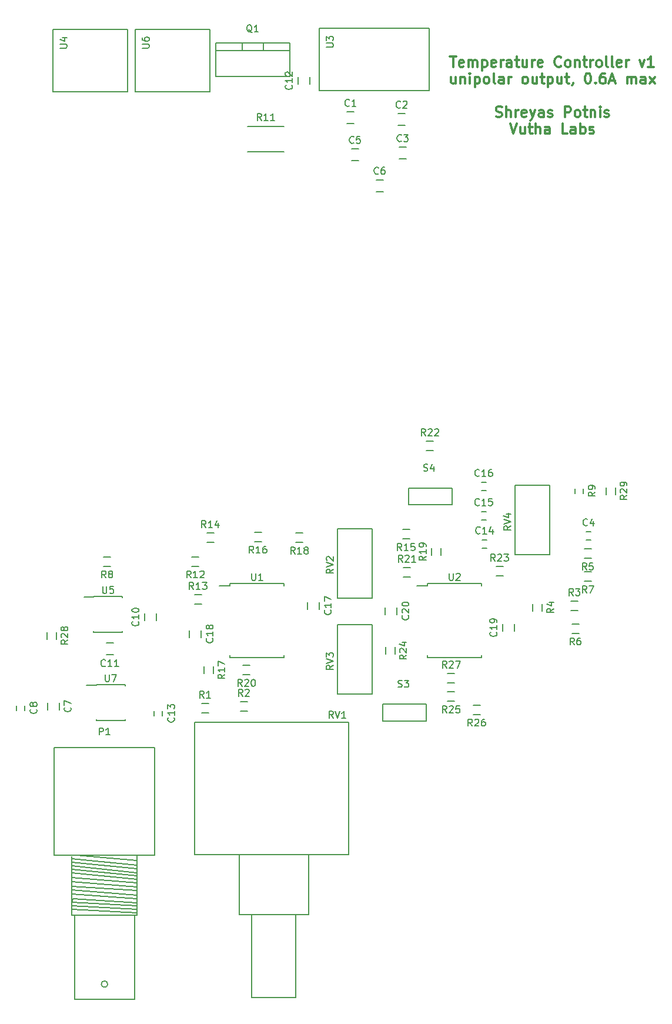
<source format=gbr>
G04 #@! TF.FileFunction,Legend,Top*
%FSLAX46Y46*%
G04 Gerber Fmt 4.6, Leading zero omitted, Abs format (unit mm)*
G04 Created by KiCad (PCBNEW 4.0.2-stable) date 1/6/2017 6:18:40 PM*
%MOMM*%
G01*
G04 APERTURE LIST*
%ADD10C,0.100000*%
%ADD11C,0.300000*%
%ADD12C,0.150000*%
G04 APERTURE END LIST*
D10*
D11*
X116568002Y-54957571D02*
X117425145Y-54957571D01*
X116996574Y-56457571D02*
X116996574Y-54957571D01*
X118496573Y-56386143D02*
X118353716Y-56457571D01*
X118068002Y-56457571D01*
X117925145Y-56386143D01*
X117853716Y-56243286D01*
X117853716Y-55671857D01*
X117925145Y-55529000D01*
X118068002Y-55457571D01*
X118353716Y-55457571D01*
X118496573Y-55529000D01*
X118568002Y-55671857D01*
X118568002Y-55814714D01*
X117853716Y-55957571D01*
X119210859Y-56457571D02*
X119210859Y-55457571D01*
X119210859Y-55600429D02*
X119282287Y-55529000D01*
X119425145Y-55457571D01*
X119639430Y-55457571D01*
X119782287Y-55529000D01*
X119853716Y-55671857D01*
X119853716Y-56457571D01*
X119853716Y-55671857D02*
X119925145Y-55529000D01*
X120068002Y-55457571D01*
X120282287Y-55457571D01*
X120425145Y-55529000D01*
X120496573Y-55671857D01*
X120496573Y-56457571D01*
X121210859Y-55457571D02*
X121210859Y-56957571D01*
X121210859Y-55529000D02*
X121353716Y-55457571D01*
X121639430Y-55457571D01*
X121782287Y-55529000D01*
X121853716Y-55600429D01*
X121925145Y-55743286D01*
X121925145Y-56171857D01*
X121853716Y-56314714D01*
X121782287Y-56386143D01*
X121639430Y-56457571D01*
X121353716Y-56457571D01*
X121210859Y-56386143D01*
X123139430Y-56386143D02*
X122996573Y-56457571D01*
X122710859Y-56457571D01*
X122568002Y-56386143D01*
X122496573Y-56243286D01*
X122496573Y-55671857D01*
X122568002Y-55529000D01*
X122710859Y-55457571D01*
X122996573Y-55457571D01*
X123139430Y-55529000D01*
X123210859Y-55671857D01*
X123210859Y-55814714D01*
X122496573Y-55957571D01*
X123853716Y-56457571D02*
X123853716Y-55457571D01*
X123853716Y-55743286D02*
X123925144Y-55600429D01*
X123996573Y-55529000D01*
X124139430Y-55457571D01*
X124282287Y-55457571D01*
X125425144Y-56457571D02*
X125425144Y-55671857D01*
X125353715Y-55529000D01*
X125210858Y-55457571D01*
X124925144Y-55457571D01*
X124782287Y-55529000D01*
X125425144Y-56386143D02*
X125282287Y-56457571D01*
X124925144Y-56457571D01*
X124782287Y-56386143D01*
X124710858Y-56243286D01*
X124710858Y-56100429D01*
X124782287Y-55957571D01*
X124925144Y-55886143D01*
X125282287Y-55886143D01*
X125425144Y-55814714D01*
X125925144Y-55457571D02*
X126496573Y-55457571D01*
X126139430Y-54957571D02*
X126139430Y-56243286D01*
X126210858Y-56386143D01*
X126353716Y-56457571D01*
X126496573Y-56457571D01*
X127639430Y-55457571D02*
X127639430Y-56457571D01*
X126996573Y-55457571D02*
X126996573Y-56243286D01*
X127068001Y-56386143D01*
X127210859Y-56457571D01*
X127425144Y-56457571D01*
X127568001Y-56386143D01*
X127639430Y-56314714D01*
X128353716Y-56457571D02*
X128353716Y-55457571D01*
X128353716Y-55743286D02*
X128425144Y-55600429D01*
X128496573Y-55529000D01*
X128639430Y-55457571D01*
X128782287Y-55457571D01*
X129853715Y-56386143D02*
X129710858Y-56457571D01*
X129425144Y-56457571D01*
X129282287Y-56386143D01*
X129210858Y-56243286D01*
X129210858Y-55671857D01*
X129282287Y-55529000D01*
X129425144Y-55457571D01*
X129710858Y-55457571D01*
X129853715Y-55529000D01*
X129925144Y-55671857D01*
X129925144Y-55814714D01*
X129210858Y-55957571D01*
X132568001Y-56314714D02*
X132496572Y-56386143D01*
X132282286Y-56457571D01*
X132139429Y-56457571D01*
X131925144Y-56386143D01*
X131782286Y-56243286D01*
X131710858Y-56100429D01*
X131639429Y-55814714D01*
X131639429Y-55600429D01*
X131710858Y-55314714D01*
X131782286Y-55171857D01*
X131925144Y-55029000D01*
X132139429Y-54957571D01*
X132282286Y-54957571D01*
X132496572Y-55029000D01*
X132568001Y-55100429D01*
X133425144Y-56457571D02*
X133282286Y-56386143D01*
X133210858Y-56314714D01*
X133139429Y-56171857D01*
X133139429Y-55743286D01*
X133210858Y-55600429D01*
X133282286Y-55529000D01*
X133425144Y-55457571D01*
X133639429Y-55457571D01*
X133782286Y-55529000D01*
X133853715Y-55600429D01*
X133925144Y-55743286D01*
X133925144Y-56171857D01*
X133853715Y-56314714D01*
X133782286Y-56386143D01*
X133639429Y-56457571D01*
X133425144Y-56457571D01*
X134568001Y-55457571D02*
X134568001Y-56457571D01*
X134568001Y-55600429D02*
X134639429Y-55529000D01*
X134782287Y-55457571D01*
X134996572Y-55457571D01*
X135139429Y-55529000D01*
X135210858Y-55671857D01*
X135210858Y-56457571D01*
X135710858Y-55457571D02*
X136282287Y-55457571D01*
X135925144Y-54957571D02*
X135925144Y-56243286D01*
X135996572Y-56386143D01*
X136139430Y-56457571D01*
X136282287Y-56457571D01*
X136782287Y-56457571D02*
X136782287Y-55457571D01*
X136782287Y-55743286D02*
X136853715Y-55600429D01*
X136925144Y-55529000D01*
X137068001Y-55457571D01*
X137210858Y-55457571D01*
X137925144Y-56457571D02*
X137782286Y-56386143D01*
X137710858Y-56314714D01*
X137639429Y-56171857D01*
X137639429Y-55743286D01*
X137710858Y-55600429D01*
X137782286Y-55529000D01*
X137925144Y-55457571D01*
X138139429Y-55457571D01*
X138282286Y-55529000D01*
X138353715Y-55600429D01*
X138425144Y-55743286D01*
X138425144Y-56171857D01*
X138353715Y-56314714D01*
X138282286Y-56386143D01*
X138139429Y-56457571D01*
X137925144Y-56457571D01*
X139282287Y-56457571D02*
X139139429Y-56386143D01*
X139068001Y-56243286D01*
X139068001Y-54957571D01*
X140068001Y-56457571D02*
X139925143Y-56386143D01*
X139853715Y-56243286D01*
X139853715Y-54957571D01*
X141210857Y-56386143D02*
X141068000Y-56457571D01*
X140782286Y-56457571D01*
X140639429Y-56386143D01*
X140568000Y-56243286D01*
X140568000Y-55671857D01*
X140639429Y-55529000D01*
X140782286Y-55457571D01*
X141068000Y-55457571D01*
X141210857Y-55529000D01*
X141282286Y-55671857D01*
X141282286Y-55814714D01*
X140568000Y-55957571D01*
X141925143Y-56457571D02*
X141925143Y-55457571D01*
X141925143Y-55743286D02*
X141996571Y-55600429D01*
X142068000Y-55529000D01*
X142210857Y-55457571D01*
X142353714Y-55457571D01*
X143853714Y-55457571D02*
X144210857Y-56457571D01*
X144567999Y-55457571D01*
X145925142Y-56457571D02*
X145067999Y-56457571D01*
X145496571Y-56457571D02*
X145496571Y-54957571D01*
X145353714Y-55171857D01*
X145210856Y-55314714D01*
X145067999Y-55386143D01*
X117353714Y-57857571D02*
X117353714Y-58857571D01*
X116710857Y-57857571D02*
X116710857Y-58643286D01*
X116782285Y-58786143D01*
X116925143Y-58857571D01*
X117139428Y-58857571D01*
X117282285Y-58786143D01*
X117353714Y-58714714D01*
X118068000Y-57857571D02*
X118068000Y-58857571D01*
X118068000Y-58000429D02*
X118139428Y-57929000D01*
X118282286Y-57857571D01*
X118496571Y-57857571D01*
X118639428Y-57929000D01*
X118710857Y-58071857D01*
X118710857Y-58857571D01*
X119425143Y-58857571D02*
X119425143Y-57857571D01*
X119425143Y-57357571D02*
X119353714Y-57429000D01*
X119425143Y-57500429D01*
X119496571Y-57429000D01*
X119425143Y-57357571D01*
X119425143Y-57500429D01*
X120139429Y-57857571D02*
X120139429Y-59357571D01*
X120139429Y-57929000D02*
X120282286Y-57857571D01*
X120568000Y-57857571D01*
X120710857Y-57929000D01*
X120782286Y-58000429D01*
X120853715Y-58143286D01*
X120853715Y-58571857D01*
X120782286Y-58714714D01*
X120710857Y-58786143D01*
X120568000Y-58857571D01*
X120282286Y-58857571D01*
X120139429Y-58786143D01*
X121710858Y-58857571D02*
X121568000Y-58786143D01*
X121496572Y-58714714D01*
X121425143Y-58571857D01*
X121425143Y-58143286D01*
X121496572Y-58000429D01*
X121568000Y-57929000D01*
X121710858Y-57857571D01*
X121925143Y-57857571D01*
X122068000Y-57929000D01*
X122139429Y-58000429D01*
X122210858Y-58143286D01*
X122210858Y-58571857D01*
X122139429Y-58714714D01*
X122068000Y-58786143D01*
X121925143Y-58857571D01*
X121710858Y-58857571D01*
X123068001Y-58857571D02*
X122925143Y-58786143D01*
X122853715Y-58643286D01*
X122853715Y-57357571D01*
X124282286Y-58857571D02*
X124282286Y-58071857D01*
X124210857Y-57929000D01*
X124068000Y-57857571D01*
X123782286Y-57857571D01*
X123639429Y-57929000D01*
X124282286Y-58786143D02*
X124139429Y-58857571D01*
X123782286Y-58857571D01*
X123639429Y-58786143D01*
X123568000Y-58643286D01*
X123568000Y-58500429D01*
X123639429Y-58357571D01*
X123782286Y-58286143D01*
X124139429Y-58286143D01*
X124282286Y-58214714D01*
X124996572Y-58857571D02*
X124996572Y-57857571D01*
X124996572Y-58143286D02*
X125068000Y-58000429D01*
X125139429Y-57929000D01*
X125282286Y-57857571D01*
X125425143Y-57857571D01*
X127282286Y-58857571D02*
X127139428Y-58786143D01*
X127068000Y-58714714D01*
X126996571Y-58571857D01*
X126996571Y-58143286D01*
X127068000Y-58000429D01*
X127139428Y-57929000D01*
X127282286Y-57857571D01*
X127496571Y-57857571D01*
X127639428Y-57929000D01*
X127710857Y-58000429D01*
X127782286Y-58143286D01*
X127782286Y-58571857D01*
X127710857Y-58714714D01*
X127639428Y-58786143D01*
X127496571Y-58857571D01*
X127282286Y-58857571D01*
X129068000Y-57857571D02*
X129068000Y-58857571D01*
X128425143Y-57857571D02*
X128425143Y-58643286D01*
X128496571Y-58786143D01*
X128639429Y-58857571D01*
X128853714Y-58857571D01*
X128996571Y-58786143D01*
X129068000Y-58714714D01*
X129568000Y-57857571D02*
X130139429Y-57857571D01*
X129782286Y-57357571D02*
X129782286Y-58643286D01*
X129853714Y-58786143D01*
X129996572Y-58857571D01*
X130139429Y-58857571D01*
X130639429Y-57857571D02*
X130639429Y-59357571D01*
X130639429Y-57929000D02*
X130782286Y-57857571D01*
X131068000Y-57857571D01*
X131210857Y-57929000D01*
X131282286Y-58000429D01*
X131353715Y-58143286D01*
X131353715Y-58571857D01*
X131282286Y-58714714D01*
X131210857Y-58786143D01*
X131068000Y-58857571D01*
X130782286Y-58857571D01*
X130639429Y-58786143D01*
X132639429Y-57857571D02*
X132639429Y-58857571D01*
X131996572Y-57857571D02*
X131996572Y-58643286D01*
X132068000Y-58786143D01*
X132210858Y-58857571D01*
X132425143Y-58857571D01*
X132568000Y-58786143D01*
X132639429Y-58714714D01*
X133139429Y-57857571D02*
X133710858Y-57857571D01*
X133353715Y-57357571D02*
X133353715Y-58643286D01*
X133425143Y-58786143D01*
X133568001Y-58857571D01*
X133710858Y-58857571D01*
X134282286Y-58786143D02*
X134282286Y-58857571D01*
X134210858Y-59000429D01*
X134139429Y-59071857D01*
X136353715Y-57357571D02*
X136496572Y-57357571D01*
X136639429Y-57429000D01*
X136710858Y-57500429D01*
X136782287Y-57643286D01*
X136853715Y-57929000D01*
X136853715Y-58286143D01*
X136782287Y-58571857D01*
X136710858Y-58714714D01*
X136639429Y-58786143D01*
X136496572Y-58857571D01*
X136353715Y-58857571D01*
X136210858Y-58786143D01*
X136139429Y-58714714D01*
X136068001Y-58571857D01*
X135996572Y-58286143D01*
X135996572Y-57929000D01*
X136068001Y-57643286D01*
X136139429Y-57500429D01*
X136210858Y-57429000D01*
X136353715Y-57357571D01*
X137496572Y-58714714D02*
X137568000Y-58786143D01*
X137496572Y-58857571D01*
X137425143Y-58786143D01*
X137496572Y-58714714D01*
X137496572Y-58857571D01*
X138853715Y-57357571D02*
X138568001Y-57357571D01*
X138425144Y-57429000D01*
X138353715Y-57500429D01*
X138210858Y-57714714D01*
X138139429Y-58000429D01*
X138139429Y-58571857D01*
X138210858Y-58714714D01*
X138282286Y-58786143D01*
X138425144Y-58857571D01*
X138710858Y-58857571D01*
X138853715Y-58786143D01*
X138925144Y-58714714D01*
X138996572Y-58571857D01*
X138996572Y-58214714D01*
X138925144Y-58071857D01*
X138853715Y-58000429D01*
X138710858Y-57929000D01*
X138425144Y-57929000D01*
X138282286Y-58000429D01*
X138210858Y-58071857D01*
X138139429Y-58214714D01*
X139568000Y-58429000D02*
X140282286Y-58429000D01*
X139425143Y-58857571D02*
X139925143Y-57357571D01*
X140425143Y-58857571D01*
X142068000Y-58857571D02*
X142068000Y-57857571D01*
X142068000Y-58000429D02*
X142139428Y-57929000D01*
X142282286Y-57857571D01*
X142496571Y-57857571D01*
X142639428Y-57929000D01*
X142710857Y-58071857D01*
X142710857Y-58857571D01*
X142710857Y-58071857D02*
X142782286Y-57929000D01*
X142925143Y-57857571D01*
X143139428Y-57857571D01*
X143282286Y-57929000D01*
X143353714Y-58071857D01*
X143353714Y-58857571D01*
X144710857Y-58857571D02*
X144710857Y-58071857D01*
X144639428Y-57929000D01*
X144496571Y-57857571D01*
X144210857Y-57857571D01*
X144068000Y-57929000D01*
X144710857Y-58786143D02*
X144568000Y-58857571D01*
X144210857Y-58857571D01*
X144068000Y-58786143D01*
X143996571Y-58643286D01*
X143996571Y-58500429D01*
X144068000Y-58357571D01*
X144210857Y-58286143D01*
X144568000Y-58286143D01*
X144710857Y-58214714D01*
X145282286Y-58857571D02*
X146068000Y-57857571D01*
X145282286Y-57857571D02*
X146068000Y-58857571D01*
X123175143Y-63586143D02*
X123389429Y-63657571D01*
X123746572Y-63657571D01*
X123889429Y-63586143D01*
X123960858Y-63514714D01*
X124032286Y-63371857D01*
X124032286Y-63229000D01*
X123960858Y-63086143D01*
X123889429Y-63014714D01*
X123746572Y-62943286D01*
X123460858Y-62871857D01*
X123318000Y-62800429D01*
X123246572Y-62729000D01*
X123175143Y-62586143D01*
X123175143Y-62443286D01*
X123246572Y-62300429D01*
X123318000Y-62229000D01*
X123460858Y-62157571D01*
X123818000Y-62157571D01*
X124032286Y-62229000D01*
X124675143Y-63657571D02*
X124675143Y-62157571D01*
X125318000Y-63657571D02*
X125318000Y-62871857D01*
X125246571Y-62729000D01*
X125103714Y-62657571D01*
X124889429Y-62657571D01*
X124746571Y-62729000D01*
X124675143Y-62800429D01*
X126032286Y-63657571D02*
X126032286Y-62657571D01*
X126032286Y-62943286D02*
X126103714Y-62800429D01*
X126175143Y-62729000D01*
X126318000Y-62657571D01*
X126460857Y-62657571D01*
X127532285Y-63586143D02*
X127389428Y-63657571D01*
X127103714Y-63657571D01*
X126960857Y-63586143D01*
X126889428Y-63443286D01*
X126889428Y-62871857D01*
X126960857Y-62729000D01*
X127103714Y-62657571D01*
X127389428Y-62657571D01*
X127532285Y-62729000D01*
X127603714Y-62871857D01*
X127603714Y-63014714D01*
X126889428Y-63157571D01*
X128103714Y-62657571D02*
X128460857Y-63657571D01*
X128817999Y-62657571D02*
X128460857Y-63657571D01*
X128317999Y-64014714D01*
X128246571Y-64086143D01*
X128103714Y-64157571D01*
X130032285Y-63657571D02*
X130032285Y-62871857D01*
X129960856Y-62729000D01*
X129817999Y-62657571D01*
X129532285Y-62657571D01*
X129389428Y-62729000D01*
X130032285Y-63586143D02*
X129889428Y-63657571D01*
X129532285Y-63657571D01*
X129389428Y-63586143D01*
X129317999Y-63443286D01*
X129317999Y-63300429D01*
X129389428Y-63157571D01*
X129532285Y-63086143D01*
X129889428Y-63086143D01*
X130032285Y-63014714D01*
X130675142Y-63586143D02*
X130817999Y-63657571D01*
X131103714Y-63657571D01*
X131246571Y-63586143D01*
X131317999Y-63443286D01*
X131317999Y-63371857D01*
X131246571Y-63229000D01*
X131103714Y-63157571D01*
X130889428Y-63157571D01*
X130746571Y-63086143D01*
X130675142Y-62943286D01*
X130675142Y-62871857D01*
X130746571Y-62729000D01*
X130889428Y-62657571D01*
X131103714Y-62657571D01*
X131246571Y-62729000D01*
X133103714Y-63657571D02*
X133103714Y-62157571D01*
X133675142Y-62157571D01*
X133818000Y-62229000D01*
X133889428Y-62300429D01*
X133960857Y-62443286D01*
X133960857Y-62657571D01*
X133889428Y-62800429D01*
X133818000Y-62871857D01*
X133675142Y-62943286D01*
X133103714Y-62943286D01*
X134818000Y-63657571D02*
X134675142Y-63586143D01*
X134603714Y-63514714D01*
X134532285Y-63371857D01*
X134532285Y-62943286D01*
X134603714Y-62800429D01*
X134675142Y-62729000D01*
X134818000Y-62657571D01*
X135032285Y-62657571D01*
X135175142Y-62729000D01*
X135246571Y-62800429D01*
X135318000Y-62943286D01*
X135318000Y-63371857D01*
X135246571Y-63514714D01*
X135175142Y-63586143D01*
X135032285Y-63657571D01*
X134818000Y-63657571D01*
X135746571Y-62657571D02*
X136318000Y-62657571D01*
X135960857Y-62157571D02*
X135960857Y-63443286D01*
X136032285Y-63586143D01*
X136175143Y-63657571D01*
X136318000Y-63657571D01*
X136818000Y-62657571D02*
X136818000Y-63657571D01*
X136818000Y-62800429D02*
X136889428Y-62729000D01*
X137032286Y-62657571D01*
X137246571Y-62657571D01*
X137389428Y-62729000D01*
X137460857Y-62871857D01*
X137460857Y-63657571D01*
X138175143Y-63657571D02*
X138175143Y-62657571D01*
X138175143Y-62157571D02*
X138103714Y-62229000D01*
X138175143Y-62300429D01*
X138246571Y-62229000D01*
X138175143Y-62157571D01*
X138175143Y-62300429D01*
X138818000Y-63586143D02*
X138960857Y-63657571D01*
X139246572Y-63657571D01*
X139389429Y-63586143D01*
X139460857Y-63443286D01*
X139460857Y-63371857D01*
X139389429Y-63229000D01*
X139246572Y-63157571D01*
X139032286Y-63157571D01*
X138889429Y-63086143D01*
X138818000Y-62943286D01*
X138818000Y-62871857D01*
X138889429Y-62729000D01*
X139032286Y-62657571D01*
X139246572Y-62657571D01*
X139389429Y-62729000D01*
X125210857Y-64557571D02*
X125710857Y-66057571D01*
X126210857Y-64557571D01*
X127353714Y-65057571D02*
X127353714Y-66057571D01*
X126710857Y-65057571D02*
X126710857Y-65843286D01*
X126782285Y-65986143D01*
X126925143Y-66057571D01*
X127139428Y-66057571D01*
X127282285Y-65986143D01*
X127353714Y-65914714D01*
X127853714Y-65057571D02*
X128425143Y-65057571D01*
X128068000Y-64557571D02*
X128068000Y-65843286D01*
X128139428Y-65986143D01*
X128282286Y-66057571D01*
X128425143Y-66057571D01*
X128925143Y-66057571D02*
X128925143Y-64557571D01*
X129568000Y-66057571D02*
X129568000Y-65271857D01*
X129496571Y-65129000D01*
X129353714Y-65057571D01*
X129139429Y-65057571D01*
X128996571Y-65129000D01*
X128925143Y-65200429D01*
X130925143Y-66057571D02*
X130925143Y-65271857D01*
X130853714Y-65129000D01*
X130710857Y-65057571D01*
X130425143Y-65057571D01*
X130282286Y-65129000D01*
X130925143Y-65986143D02*
X130782286Y-66057571D01*
X130425143Y-66057571D01*
X130282286Y-65986143D01*
X130210857Y-65843286D01*
X130210857Y-65700429D01*
X130282286Y-65557571D01*
X130425143Y-65486143D01*
X130782286Y-65486143D01*
X130925143Y-65414714D01*
X133496572Y-66057571D02*
X132782286Y-66057571D01*
X132782286Y-64557571D01*
X134639429Y-66057571D02*
X134639429Y-65271857D01*
X134568000Y-65129000D01*
X134425143Y-65057571D01*
X134139429Y-65057571D01*
X133996572Y-65129000D01*
X134639429Y-65986143D02*
X134496572Y-66057571D01*
X134139429Y-66057571D01*
X133996572Y-65986143D01*
X133925143Y-65843286D01*
X133925143Y-65700429D01*
X133996572Y-65557571D01*
X134139429Y-65486143D01*
X134496572Y-65486143D01*
X134639429Y-65414714D01*
X135353715Y-66057571D02*
X135353715Y-64557571D01*
X135353715Y-65129000D02*
X135496572Y-65057571D01*
X135782286Y-65057571D01*
X135925143Y-65129000D01*
X135996572Y-65200429D01*
X136068001Y-65343286D01*
X136068001Y-65771857D01*
X135996572Y-65914714D01*
X135925143Y-65986143D01*
X135782286Y-66057571D01*
X135496572Y-66057571D01*
X135353715Y-65986143D01*
X136639429Y-65986143D02*
X136782286Y-66057571D01*
X137068001Y-66057571D01*
X137210858Y-65986143D01*
X137282286Y-65843286D01*
X137282286Y-65771857D01*
X137210858Y-65629000D01*
X137068001Y-65557571D01*
X136853715Y-65557571D01*
X136710858Y-65486143D01*
X136639429Y-65343286D01*
X136639429Y-65271857D01*
X136710858Y-65129000D01*
X136853715Y-65057571D01*
X137068001Y-65057571D01*
X137210858Y-65129000D01*
D12*
X80764000Y-133771000D02*
X79764000Y-133771000D01*
X79764000Y-132421000D02*
X80764000Y-132421000D01*
X65616000Y-145380000D02*
X65616000Y-145430000D01*
X69766000Y-145380000D02*
X69766000Y-145525000D01*
X69766000Y-150530000D02*
X69766000Y-150385000D01*
X65616000Y-150530000D02*
X65616000Y-150385000D01*
X65616000Y-145380000D02*
X69766000Y-145380000D01*
X65616000Y-150530000D02*
X69766000Y-150530000D01*
X65616000Y-145430000D02*
X64216000Y-145430000D01*
X102735000Y-62904000D02*
X101735000Y-62904000D01*
X101735000Y-64604000D02*
X102735000Y-64604000D01*
X110101000Y-63158000D02*
X109101000Y-63158000D01*
X109101000Y-64858000D02*
X110101000Y-64858000D01*
X110228000Y-67984000D02*
X109228000Y-67984000D01*
X109228000Y-69684000D02*
X110228000Y-69684000D01*
X136175000Y-123352000D02*
X136875000Y-123352000D01*
X136875000Y-124552000D02*
X136175000Y-124552000D01*
X103370000Y-68238000D02*
X102370000Y-68238000D01*
X102370000Y-69938000D02*
X103370000Y-69938000D01*
X106926000Y-72683000D02*
X105926000Y-72683000D01*
X105926000Y-74383000D02*
X106926000Y-74383000D01*
X60286000Y-148963000D02*
X60286000Y-147963000D01*
X58586000Y-147963000D02*
X58586000Y-148963000D01*
X55337000Y-148367000D02*
X55337000Y-149067000D01*
X54137000Y-149067000D02*
X54137000Y-148367000D01*
X72556000Y-135136000D02*
X72556000Y-136136000D01*
X74256000Y-136136000D02*
X74256000Y-135136000D01*
X67064000Y-141058000D02*
X68064000Y-141058000D01*
X68064000Y-139358000D02*
X67064000Y-139358000D01*
X94654000Y-57920000D02*
X94654000Y-58920000D01*
X96354000Y-58920000D02*
X96354000Y-57920000D01*
X75149000Y-149129000D02*
X75149000Y-149829000D01*
X73949000Y-149829000D02*
X73949000Y-149129000D01*
X121189000Y-124495000D02*
X121889000Y-124495000D01*
X121889000Y-125695000D02*
X121189000Y-125695000D01*
X121062000Y-120431000D02*
X121762000Y-120431000D01*
X121762000Y-121631000D02*
X121062000Y-121631000D01*
X121062000Y-116240000D02*
X121762000Y-116240000D01*
X121762000Y-117440000D02*
X121062000Y-117440000D01*
X97751000Y-134485000D02*
X97751000Y-133485000D01*
X96051000Y-133485000D02*
X96051000Y-134485000D01*
X80733000Y-138549000D02*
X80733000Y-137549000D01*
X79033000Y-137549000D02*
X79033000Y-138549000D01*
X124118000Y-136660000D02*
X124118000Y-137660000D01*
X125818000Y-137660000D02*
X125818000Y-136660000D01*
X108927000Y-135247000D02*
X108927000Y-134247000D01*
X107227000Y-134247000D02*
X107227000Y-135247000D01*
X67259905Y-188468000D02*
G75*
G03X67259905Y-188468000I-457905J0D01*
G01*
X62103000Y-177673000D02*
X62103000Y-177165000D01*
X62103000Y-177165000D02*
X71501000Y-177673000D01*
X71501000Y-177673000D02*
X71501000Y-177165000D01*
X71501000Y-177165000D02*
X62103000Y-176657000D01*
X62103000Y-176657000D02*
X62230000Y-176149000D01*
X62230000Y-176149000D02*
X71501000Y-176784000D01*
X71501000Y-176784000D02*
X71501000Y-176149000D01*
X71501000Y-176149000D02*
X62103000Y-175514000D01*
X62103000Y-175514000D02*
X62103000Y-174879000D01*
X62103000Y-174879000D02*
X71501000Y-175641000D01*
X71501000Y-175641000D02*
X71501000Y-175006000D01*
X71501000Y-175006000D02*
X62103000Y-174371000D01*
X62103000Y-174371000D02*
X62103000Y-173736000D01*
X62103000Y-173736000D02*
X71501000Y-174498000D01*
X71501000Y-174498000D02*
X71501000Y-173863000D01*
X71501000Y-173863000D02*
X62103000Y-173101000D01*
X62103000Y-173101000D02*
X62103000Y-172466000D01*
X62103000Y-172466000D02*
X71501000Y-173355000D01*
X71501000Y-173355000D02*
X71501000Y-172847000D01*
X71501000Y-172847000D02*
X62103000Y-171958000D01*
X62103000Y-171958000D02*
X62103000Y-171450000D01*
X62103000Y-171450000D02*
X71501000Y-172466000D01*
X71501000Y-172466000D02*
X71501000Y-171831000D01*
X71501000Y-171831000D02*
X62103000Y-170942000D01*
X62103000Y-170942000D02*
X62103000Y-170434000D01*
X62103000Y-170434000D02*
X71501000Y-171323000D01*
X71501000Y-171323000D02*
X71501000Y-170688000D01*
X71501000Y-170688000D02*
X62738000Y-169926000D01*
X71501000Y-178181000D02*
X62103000Y-177673000D01*
X71120000Y-178562000D02*
X71120000Y-190627000D01*
X71120000Y-190627000D02*
X62484000Y-190627000D01*
X62484000Y-190627000D02*
X62484000Y-178562000D01*
X71501000Y-169926000D02*
X71501000Y-178562000D01*
X71501000Y-178562000D02*
X62103000Y-178562000D01*
X62103000Y-178562000D02*
X62103000Y-170053000D01*
X74041000Y-169926000D02*
X61341000Y-169926000D01*
X74041000Y-169926000D02*
X74041000Y-154432000D01*
X74041000Y-154432000D02*
X59563000Y-154432000D01*
X59563000Y-154432000D02*
X59563000Y-169926000D01*
X59563000Y-169926000D02*
X61595000Y-169926000D01*
X86614000Y-52959000D02*
X86614000Y-54102000D01*
X89662000Y-52959000D02*
X89662000Y-54102000D01*
X93472000Y-54102000D02*
X93472000Y-57785000D01*
X93472000Y-57785000D02*
X82804000Y-57785000D01*
X82804000Y-57785000D02*
X82804000Y-54102000D01*
X93472000Y-52959000D02*
X93472000Y-54102000D01*
X93472000Y-54102000D02*
X82804000Y-54102000D01*
X82804000Y-54102000D02*
X82804000Y-52959000D01*
X88138000Y-52959000D02*
X82804000Y-52959000D01*
X88138000Y-52959000D02*
X93472000Y-52959000D01*
X81780000Y-149392000D02*
X80780000Y-149392000D01*
X80780000Y-148042000D02*
X81780000Y-148042000D01*
X87368000Y-149138000D02*
X86368000Y-149138000D01*
X86368000Y-147788000D02*
X87368000Y-147788000D01*
X134993000Y-134660000D02*
X133993000Y-134660000D01*
X133993000Y-133310000D02*
X134993000Y-133310000D01*
X128484000Y-134739000D02*
X128484000Y-133739000D01*
X129834000Y-133739000D02*
X129834000Y-134739000D01*
X135898000Y-125817000D02*
X136898000Y-125817000D01*
X136898000Y-127167000D02*
X135898000Y-127167000D01*
X134120000Y-136612000D02*
X135120000Y-136612000D01*
X135120000Y-137962000D02*
X134120000Y-137962000D01*
X135898000Y-129119000D02*
X136898000Y-129119000D01*
X136898000Y-130469000D02*
X135898000Y-130469000D01*
X66683000Y-126960000D02*
X67683000Y-126960000D01*
X67683000Y-128310000D02*
X66683000Y-128310000D01*
X135728000Y-117125000D02*
X135728000Y-117825000D01*
X134528000Y-117825000D02*
X134528000Y-117125000D01*
X92643000Y-68627000D02*
X87443000Y-68627000D01*
X87443000Y-64977000D02*
X92643000Y-64977000D01*
X79383000Y-126960000D02*
X80383000Y-126960000D01*
X80383000Y-128310000D02*
X79383000Y-128310000D01*
X82542000Y-124881000D02*
X81542000Y-124881000D01*
X81542000Y-123531000D02*
X82542000Y-123531000D01*
X109736000Y-123023000D02*
X110736000Y-123023000D01*
X110736000Y-124373000D02*
X109736000Y-124373000D01*
X88400000Y-123404000D02*
X89400000Y-123404000D01*
X89400000Y-124754000D02*
X88400000Y-124754000D01*
X81113000Y-143756000D02*
X81113000Y-142756000D01*
X82463000Y-142756000D02*
X82463000Y-143756000D01*
X94369000Y-123531000D02*
X95369000Y-123531000D01*
X95369000Y-124881000D02*
X94369000Y-124881000D01*
X115229000Y-125738000D02*
X115229000Y-126738000D01*
X113879000Y-126738000D02*
X113879000Y-125738000D01*
X86749000Y-142581000D02*
X87749000Y-142581000D01*
X87749000Y-143931000D02*
X86749000Y-143931000D01*
X110863000Y-129834000D02*
X109863000Y-129834000D01*
X109863000Y-128484000D02*
X110863000Y-128484000D01*
X114165000Y-111673000D02*
X113165000Y-111673000D01*
X113165000Y-110323000D02*
X114165000Y-110323000D01*
X124198000Y-129707000D02*
X123198000Y-129707000D01*
X123198000Y-128357000D02*
X124198000Y-128357000D01*
X107275000Y-140962000D02*
X107275000Y-139962000D01*
X108625000Y-139962000D02*
X108625000Y-140962000D01*
X116213000Y-146391000D02*
X117213000Y-146391000D01*
X117213000Y-147741000D02*
X116213000Y-147741000D01*
X119896000Y-148296000D02*
X120896000Y-148296000D01*
X120896000Y-149646000D02*
X119896000Y-149646000D01*
X117213000Y-145074000D02*
X116213000Y-145074000D01*
X116213000Y-143724000D02*
X117213000Y-143724000D01*
X58507000Y-138803000D02*
X58507000Y-137803000D01*
X59857000Y-137803000D02*
X59857000Y-138803000D01*
X139025000Y-117975000D02*
X139025000Y-116975000D01*
X140375000Y-116975000D02*
X140375000Y-117975000D01*
X94336000Y-190419000D02*
X94336000Y-178479000D01*
X87986000Y-190419000D02*
X94336000Y-190419000D01*
X87986000Y-178479000D02*
X87986000Y-190419000D01*
X96186000Y-178479000D02*
X96186000Y-169799000D01*
X86186000Y-178479000D02*
X96186000Y-178479000D01*
X86186000Y-169799000D02*
X86186000Y-178479000D01*
X79756000Y-150749000D02*
X79756000Y-169799000D01*
X79756000Y-169799000D02*
X101976000Y-169799000D01*
X101976000Y-150749000D02*
X101976000Y-169799000D01*
X79756000Y-150749000D02*
X101976000Y-150749000D01*
X113106200Y-150571200D02*
X106908600Y-150571200D01*
X106908600Y-150571200D02*
X106908600Y-148183600D01*
X106908600Y-148183600D02*
X113157000Y-148183600D01*
X113157000Y-148183600D02*
X113157000Y-150571200D01*
X116789200Y-119456200D02*
X110591600Y-119456200D01*
X110591600Y-119456200D02*
X110591600Y-117068600D01*
X110591600Y-117068600D02*
X116840000Y-117068600D01*
X116840000Y-117068600D02*
X116840000Y-119456200D01*
X84898000Y-130819000D02*
X84898000Y-131094000D01*
X92648000Y-130819000D02*
X92648000Y-131174000D01*
X92648000Y-141469000D02*
X92648000Y-141114000D01*
X84898000Y-141469000D02*
X84898000Y-141114000D01*
X84898000Y-130819000D02*
X92648000Y-130819000D01*
X84898000Y-141469000D02*
X92648000Y-141469000D01*
X84898000Y-131094000D02*
X83373000Y-131094000D01*
X113346000Y-130819000D02*
X113346000Y-131094000D01*
X121096000Y-130819000D02*
X121096000Y-131174000D01*
X121096000Y-141469000D02*
X121096000Y-141114000D01*
X113346000Y-141469000D02*
X113346000Y-141114000D01*
X113346000Y-130819000D02*
X121096000Y-130819000D01*
X113346000Y-141469000D02*
X121096000Y-141469000D01*
X113346000Y-131094000D02*
X111821000Y-131094000D01*
X113594000Y-50872000D02*
X113594000Y-59872000D01*
X97734000Y-50872000D02*
X97734000Y-59872000D01*
X113594000Y-59872000D02*
X97734000Y-59872000D01*
X113594000Y-50872000D02*
X97734000Y-50872000D01*
X65235000Y-132680000D02*
X65235000Y-132730000D01*
X69385000Y-132680000D02*
X69385000Y-132825000D01*
X69385000Y-137830000D02*
X69385000Y-137685000D01*
X65235000Y-137830000D02*
X65235000Y-137685000D01*
X65235000Y-132680000D02*
X69385000Y-132680000D01*
X65235000Y-137830000D02*
X69385000Y-137830000D01*
X65235000Y-132730000D02*
X63835000Y-132730000D01*
X105370000Y-122889000D02*
X100370000Y-122889000D01*
X100370000Y-122889000D02*
X100370000Y-132889000D01*
X100370000Y-132889000D02*
X105370000Y-132889000D01*
X105370000Y-132889000D02*
X105370000Y-122889000D01*
X105370000Y-136732000D02*
X100370000Y-136732000D01*
X100370000Y-136732000D02*
X100370000Y-146732000D01*
X100370000Y-146732000D02*
X105370000Y-146732000D01*
X105370000Y-146732000D02*
X105370000Y-136732000D01*
X130897000Y-116666000D02*
X125897000Y-116666000D01*
X125897000Y-116666000D02*
X125897000Y-126666000D01*
X125897000Y-126666000D02*
X130897000Y-126666000D01*
X130897000Y-126666000D02*
X130897000Y-116666000D01*
X70160000Y-50999000D02*
X70160000Y-59999000D01*
X59380000Y-50999000D02*
X59380000Y-59999000D01*
X70160000Y-59999000D02*
X59380000Y-59999000D01*
X70160000Y-50999000D02*
X59380000Y-50999000D01*
X81971000Y-50999000D02*
X81971000Y-59999000D01*
X71191000Y-50999000D02*
X71191000Y-59999000D01*
X81971000Y-59999000D02*
X71191000Y-59999000D01*
X81971000Y-50999000D02*
X71191000Y-50999000D01*
X79621143Y-131648381D02*
X79287809Y-131172190D01*
X79049714Y-131648381D02*
X79049714Y-130648381D01*
X79430667Y-130648381D01*
X79525905Y-130696000D01*
X79573524Y-130743619D01*
X79621143Y-130838857D01*
X79621143Y-130981714D01*
X79573524Y-131076952D01*
X79525905Y-131124571D01*
X79430667Y-131172190D01*
X79049714Y-131172190D01*
X80573524Y-131648381D02*
X80002095Y-131648381D01*
X80287809Y-131648381D02*
X80287809Y-130648381D01*
X80192571Y-130791238D01*
X80097333Y-130886476D01*
X80002095Y-130934095D01*
X80906857Y-130648381D02*
X81525905Y-130648381D01*
X81192571Y-131029333D01*
X81335429Y-131029333D01*
X81430667Y-131076952D01*
X81478286Y-131124571D01*
X81525905Y-131219810D01*
X81525905Y-131457905D01*
X81478286Y-131553143D01*
X81430667Y-131600762D01*
X81335429Y-131648381D01*
X81049714Y-131648381D01*
X80954476Y-131600762D01*
X80906857Y-131553143D01*
X66929095Y-143907381D02*
X66929095Y-144716905D01*
X66976714Y-144812143D01*
X67024333Y-144859762D01*
X67119571Y-144907381D01*
X67310048Y-144907381D01*
X67405286Y-144859762D01*
X67452905Y-144812143D01*
X67500524Y-144716905D01*
X67500524Y-143907381D01*
X67881476Y-143907381D02*
X68548143Y-143907381D01*
X68119571Y-144907381D01*
X102068334Y-62011143D02*
X102020715Y-62058762D01*
X101877858Y-62106381D01*
X101782620Y-62106381D01*
X101639762Y-62058762D01*
X101544524Y-61963524D01*
X101496905Y-61868286D01*
X101449286Y-61677810D01*
X101449286Y-61534952D01*
X101496905Y-61344476D01*
X101544524Y-61249238D01*
X101639762Y-61154000D01*
X101782620Y-61106381D01*
X101877858Y-61106381D01*
X102020715Y-61154000D01*
X102068334Y-61201619D01*
X103020715Y-62106381D02*
X102449286Y-62106381D01*
X102735000Y-62106381D02*
X102735000Y-61106381D01*
X102639762Y-61249238D01*
X102544524Y-61344476D01*
X102449286Y-61392095D01*
X109434334Y-62265143D02*
X109386715Y-62312762D01*
X109243858Y-62360381D01*
X109148620Y-62360381D01*
X109005762Y-62312762D01*
X108910524Y-62217524D01*
X108862905Y-62122286D01*
X108815286Y-61931810D01*
X108815286Y-61788952D01*
X108862905Y-61598476D01*
X108910524Y-61503238D01*
X109005762Y-61408000D01*
X109148620Y-61360381D01*
X109243858Y-61360381D01*
X109386715Y-61408000D01*
X109434334Y-61455619D01*
X109815286Y-61455619D02*
X109862905Y-61408000D01*
X109958143Y-61360381D01*
X110196239Y-61360381D01*
X110291477Y-61408000D01*
X110339096Y-61455619D01*
X110386715Y-61550857D01*
X110386715Y-61646095D01*
X110339096Y-61788952D01*
X109767667Y-62360381D01*
X110386715Y-62360381D01*
X109561334Y-67091143D02*
X109513715Y-67138762D01*
X109370858Y-67186381D01*
X109275620Y-67186381D01*
X109132762Y-67138762D01*
X109037524Y-67043524D01*
X108989905Y-66948286D01*
X108942286Y-66757810D01*
X108942286Y-66614952D01*
X108989905Y-66424476D01*
X109037524Y-66329238D01*
X109132762Y-66234000D01*
X109275620Y-66186381D01*
X109370858Y-66186381D01*
X109513715Y-66234000D01*
X109561334Y-66281619D01*
X109894667Y-66186381D02*
X110513715Y-66186381D01*
X110180381Y-66567333D01*
X110323239Y-66567333D01*
X110418477Y-66614952D01*
X110466096Y-66662571D01*
X110513715Y-66757810D01*
X110513715Y-66995905D01*
X110466096Y-67091143D01*
X110418477Y-67138762D01*
X110323239Y-67186381D01*
X110037524Y-67186381D01*
X109942286Y-67138762D01*
X109894667Y-67091143D01*
X136358334Y-122409143D02*
X136310715Y-122456762D01*
X136167858Y-122504381D01*
X136072620Y-122504381D01*
X135929762Y-122456762D01*
X135834524Y-122361524D01*
X135786905Y-122266286D01*
X135739286Y-122075810D01*
X135739286Y-121932952D01*
X135786905Y-121742476D01*
X135834524Y-121647238D01*
X135929762Y-121552000D01*
X136072620Y-121504381D01*
X136167858Y-121504381D01*
X136310715Y-121552000D01*
X136358334Y-121599619D01*
X137215477Y-121837714D02*
X137215477Y-122504381D01*
X136977381Y-121456762D02*
X136739286Y-122171048D01*
X137358334Y-122171048D01*
X102703334Y-67345143D02*
X102655715Y-67392762D01*
X102512858Y-67440381D01*
X102417620Y-67440381D01*
X102274762Y-67392762D01*
X102179524Y-67297524D01*
X102131905Y-67202286D01*
X102084286Y-67011810D01*
X102084286Y-66868952D01*
X102131905Y-66678476D01*
X102179524Y-66583238D01*
X102274762Y-66488000D01*
X102417620Y-66440381D01*
X102512858Y-66440381D01*
X102655715Y-66488000D01*
X102703334Y-66535619D01*
X103608096Y-66440381D02*
X103131905Y-66440381D01*
X103084286Y-66916571D01*
X103131905Y-66868952D01*
X103227143Y-66821333D01*
X103465239Y-66821333D01*
X103560477Y-66868952D01*
X103608096Y-66916571D01*
X103655715Y-67011810D01*
X103655715Y-67249905D01*
X103608096Y-67345143D01*
X103560477Y-67392762D01*
X103465239Y-67440381D01*
X103227143Y-67440381D01*
X103131905Y-67392762D01*
X103084286Y-67345143D01*
X106259334Y-71790143D02*
X106211715Y-71837762D01*
X106068858Y-71885381D01*
X105973620Y-71885381D01*
X105830762Y-71837762D01*
X105735524Y-71742524D01*
X105687905Y-71647286D01*
X105640286Y-71456810D01*
X105640286Y-71313952D01*
X105687905Y-71123476D01*
X105735524Y-71028238D01*
X105830762Y-70933000D01*
X105973620Y-70885381D01*
X106068858Y-70885381D01*
X106211715Y-70933000D01*
X106259334Y-70980619D01*
X107116477Y-70885381D02*
X106926000Y-70885381D01*
X106830762Y-70933000D01*
X106783143Y-70980619D01*
X106687905Y-71123476D01*
X106640286Y-71313952D01*
X106640286Y-71694905D01*
X106687905Y-71790143D01*
X106735524Y-71837762D01*
X106830762Y-71885381D01*
X107021239Y-71885381D01*
X107116477Y-71837762D01*
X107164096Y-71790143D01*
X107211715Y-71694905D01*
X107211715Y-71456810D01*
X107164096Y-71361571D01*
X107116477Y-71313952D01*
X107021239Y-71266333D01*
X106830762Y-71266333D01*
X106735524Y-71313952D01*
X106687905Y-71361571D01*
X106640286Y-71456810D01*
X61893143Y-148629666D02*
X61940762Y-148677285D01*
X61988381Y-148820142D01*
X61988381Y-148915380D01*
X61940762Y-149058238D01*
X61845524Y-149153476D01*
X61750286Y-149201095D01*
X61559810Y-149248714D01*
X61416952Y-149248714D01*
X61226476Y-149201095D01*
X61131238Y-149153476D01*
X61036000Y-149058238D01*
X60988381Y-148915380D01*
X60988381Y-148820142D01*
X61036000Y-148677285D01*
X61083619Y-148629666D01*
X60988381Y-148296333D02*
X60988381Y-147629666D01*
X61988381Y-148058238D01*
X56994143Y-148883666D02*
X57041762Y-148931285D01*
X57089381Y-149074142D01*
X57089381Y-149169380D01*
X57041762Y-149312238D01*
X56946524Y-149407476D01*
X56851286Y-149455095D01*
X56660810Y-149502714D01*
X56517952Y-149502714D01*
X56327476Y-149455095D01*
X56232238Y-149407476D01*
X56137000Y-149312238D01*
X56089381Y-149169380D01*
X56089381Y-149074142D01*
X56137000Y-148931285D01*
X56184619Y-148883666D01*
X56517952Y-148312238D02*
X56470333Y-148407476D01*
X56422714Y-148455095D01*
X56327476Y-148502714D01*
X56279857Y-148502714D01*
X56184619Y-148455095D01*
X56137000Y-148407476D01*
X56089381Y-148312238D01*
X56089381Y-148121761D01*
X56137000Y-148026523D01*
X56184619Y-147978904D01*
X56279857Y-147931285D01*
X56327476Y-147931285D01*
X56422714Y-147978904D01*
X56470333Y-148026523D01*
X56517952Y-148121761D01*
X56517952Y-148312238D01*
X56565571Y-148407476D01*
X56613190Y-148455095D01*
X56708429Y-148502714D01*
X56898905Y-148502714D01*
X56994143Y-148455095D01*
X57041762Y-148407476D01*
X57089381Y-148312238D01*
X57089381Y-148121761D01*
X57041762Y-148026523D01*
X56994143Y-147978904D01*
X56898905Y-147931285D01*
X56708429Y-147931285D01*
X56613190Y-147978904D01*
X56565571Y-148026523D01*
X56517952Y-148121761D01*
X71663143Y-136278857D02*
X71710762Y-136326476D01*
X71758381Y-136469333D01*
X71758381Y-136564571D01*
X71710762Y-136707429D01*
X71615524Y-136802667D01*
X71520286Y-136850286D01*
X71329810Y-136897905D01*
X71186952Y-136897905D01*
X70996476Y-136850286D01*
X70901238Y-136802667D01*
X70806000Y-136707429D01*
X70758381Y-136564571D01*
X70758381Y-136469333D01*
X70806000Y-136326476D01*
X70853619Y-136278857D01*
X71758381Y-135326476D02*
X71758381Y-135897905D01*
X71758381Y-135612191D02*
X70758381Y-135612191D01*
X70901238Y-135707429D01*
X70996476Y-135802667D01*
X71044095Y-135897905D01*
X70758381Y-134707429D02*
X70758381Y-134612190D01*
X70806000Y-134516952D01*
X70853619Y-134469333D01*
X70948857Y-134421714D01*
X71139333Y-134374095D01*
X71377429Y-134374095D01*
X71567905Y-134421714D01*
X71663143Y-134469333D01*
X71710762Y-134516952D01*
X71758381Y-134612190D01*
X71758381Y-134707429D01*
X71710762Y-134802667D01*
X71663143Y-134850286D01*
X71567905Y-134897905D01*
X71377429Y-134945524D01*
X71139333Y-134945524D01*
X70948857Y-134897905D01*
X70853619Y-134850286D01*
X70806000Y-134802667D01*
X70758381Y-134707429D01*
X66921143Y-142665143D02*
X66873524Y-142712762D01*
X66730667Y-142760381D01*
X66635429Y-142760381D01*
X66492571Y-142712762D01*
X66397333Y-142617524D01*
X66349714Y-142522286D01*
X66302095Y-142331810D01*
X66302095Y-142188952D01*
X66349714Y-141998476D01*
X66397333Y-141903238D01*
X66492571Y-141808000D01*
X66635429Y-141760381D01*
X66730667Y-141760381D01*
X66873524Y-141808000D01*
X66921143Y-141855619D01*
X67873524Y-142760381D02*
X67302095Y-142760381D01*
X67587809Y-142760381D02*
X67587809Y-141760381D01*
X67492571Y-141903238D01*
X67397333Y-141998476D01*
X67302095Y-142046095D01*
X68825905Y-142760381D02*
X68254476Y-142760381D01*
X68540190Y-142760381D02*
X68540190Y-141760381D01*
X68444952Y-141903238D01*
X68349714Y-141998476D01*
X68254476Y-142046095D01*
X93761143Y-59062857D02*
X93808762Y-59110476D01*
X93856381Y-59253333D01*
X93856381Y-59348571D01*
X93808762Y-59491429D01*
X93713524Y-59586667D01*
X93618286Y-59634286D01*
X93427810Y-59681905D01*
X93284952Y-59681905D01*
X93094476Y-59634286D01*
X92999238Y-59586667D01*
X92904000Y-59491429D01*
X92856381Y-59348571D01*
X92856381Y-59253333D01*
X92904000Y-59110476D01*
X92951619Y-59062857D01*
X93856381Y-58110476D02*
X93856381Y-58681905D01*
X93856381Y-58396191D02*
X92856381Y-58396191D01*
X92999238Y-58491429D01*
X93094476Y-58586667D01*
X93142095Y-58681905D01*
X92951619Y-57729524D02*
X92904000Y-57681905D01*
X92856381Y-57586667D01*
X92856381Y-57348571D01*
X92904000Y-57253333D01*
X92951619Y-57205714D01*
X93046857Y-57158095D01*
X93142095Y-57158095D01*
X93284952Y-57205714D01*
X93856381Y-57777143D01*
X93856381Y-57158095D01*
X76806143Y-150121857D02*
X76853762Y-150169476D01*
X76901381Y-150312333D01*
X76901381Y-150407571D01*
X76853762Y-150550429D01*
X76758524Y-150645667D01*
X76663286Y-150693286D01*
X76472810Y-150740905D01*
X76329952Y-150740905D01*
X76139476Y-150693286D01*
X76044238Y-150645667D01*
X75949000Y-150550429D01*
X75901381Y-150407571D01*
X75901381Y-150312333D01*
X75949000Y-150169476D01*
X75996619Y-150121857D01*
X76901381Y-149169476D02*
X76901381Y-149740905D01*
X76901381Y-149455191D02*
X75901381Y-149455191D01*
X76044238Y-149550429D01*
X76139476Y-149645667D01*
X76187095Y-149740905D01*
X75901381Y-148836143D02*
X75901381Y-148217095D01*
X76282333Y-148550429D01*
X76282333Y-148407571D01*
X76329952Y-148312333D01*
X76377571Y-148264714D01*
X76472810Y-148217095D01*
X76710905Y-148217095D01*
X76806143Y-148264714D01*
X76853762Y-148312333D01*
X76901381Y-148407571D01*
X76901381Y-148693286D01*
X76853762Y-148788524D01*
X76806143Y-148836143D01*
X120896143Y-123552143D02*
X120848524Y-123599762D01*
X120705667Y-123647381D01*
X120610429Y-123647381D01*
X120467571Y-123599762D01*
X120372333Y-123504524D01*
X120324714Y-123409286D01*
X120277095Y-123218810D01*
X120277095Y-123075952D01*
X120324714Y-122885476D01*
X120372333Y-122790238D01*
X120467571Y-122695000D01*
X120610429Y-122647381D01*
X120705667Y-122647381D01*
X120848524Y-122695000D01*
X120896143Y-122742619D01*
X121848524Y-123647381D02*
X121277095Y-123647381D01*
X121562809Y-123647381D02*
X121562809Y-122647381D01*
X121467571Y-122790238D01*
X121372333Y-122885476D01*
X121277095Y-122933095D01*
X122705667Y-122980714D02*
X122705667Y-123647381D01*
X122467571Y-122599762D02*
X122229476Y-123314048D01*
X122848524Y-123314048D01*
X120769143Y-119488143D02*
X120721524Y-119535762D01*
X120578667Y-119583381D01*
X120483429Y-119583381D01*
X120340571Y-119535762D01*
X120245333Y-119440524D01*
X120197714Y-119345286D01*
X120150095Y-119154810D01*
X120150095Y-119011952D01*
X120197714Y-118821476D01*
X120245333Y-118726238D01*
X120340571Y-118631000D01*
X120483429Y-118583381D01*
X120578667Y-118583381D01*
X120721524Y-118631000D01*
X120769143Y-118678619D01*
X121721524Y-119583381D02*
X121150095Y-119583381D01*
X121435809Y-119583381D02*
X121435809Y-118583381D01*
X121340571Y-118726238D01*
X121245333Y-118821476D01*
X121150095Y-118869095D01*
X122626286Y-118583381D02*
X122150095Y-118583381D01*
X122102476Y-119059571D01*
X122150095Y-119011952D01*
X122245333Y-118964333D01*
X122483429Y-118964333D01*
X122578667Y-119011952D01*
X122626286Y-119059571D01*
X122673905Y-119154810D01*
X122673905Y-119392905D01*
X122626286Y-119488143D01*
X122578667Y-119535762D01*
X122483429Y-119583381D01*
X122245333Y-119583381D01*
X122150095Y-119535762D01*
X122102476Y-119488143D01*
X120769143Y-115297143D02*
X120721524Y-115344762D01*
X120578667Y-115392381D01*
X120483429Y-115392381D01*
X120340571Y-115344762D01*
X120245333Y-115249524D01*
X120197714Y-115154286D01*
X120150095Y-114963810D01*
X120150095Y-114820952D01*
X120197714Y-114630476D01*
X120245333Y-114535238D01*
X120340571Y-114440000D01*
X120483429Y-114392381D01*
X120578667Y-114392381D01*
X120721524Y-114440000D01*
X120769143Y-114487619D01*
X121721524Y-115392381D02*
X121150095Y-115392381D01*
X121435809Y-115392381D02*
X121435809Y-114392381D01*
X121340571Y-114535238D01*
X121245333Y-114630476D01*
X121150095Y-114678095D01*
X122578667Y-114392381D02*
X122388190Y-114392381D01*
X122292952Y-114440000D01*
X122245333Y-114487619D01*
X122150095Y-114630476D01*
X122102476Y-114820952D01*
X122102476Y-115201905D01*
X122150095Y-115297143D01*
X122197714Y-115344762D01*
X122292952Y-115392381D01*
X122483429Y-115392381D01*
X122578667Y-115344762D01*
X122626286Y-115297143D01*
X122673905Y-115201905D01*
X122673905Y-114963810D01*
X122626286Y-114868571D01*
X122578667Y-114820952D01*
X122483429Y-114773333D01*
X122292952Y-114773333D01*
X122197714Y-114820952D01*
X122150095Y-114868571D01*
X122102476Y-114963810D01*
X99358143Y-134627857D02*
X99405762Y-134675476D01*
X99453381Y-134818333D01*
X99453381Y-134913571D01*
X99405762Y-135056429D01*
X99310524Y-135151667D01*
X99215286Y-135199286D01*
X99024810Y-135246905D01*
X98881952Y-135246905D01*
X98691476Y-135199286D01*
X98596238Y-135151667D01*
X98501000Y-135056429D01*
X98453381Y-134913571D01*
X98453381Y-134818333D01*
X98501000Y-134675476D01*
X98548619Y-134627857D01*
X99453381Y-133675476D02*
X99453381Y-134246905D01*
X99453381Y-133961191D02*
X98453381Y-133961191D01*
X98596238Y-134056429D01*
X98691476Y-134151667D01*
X98739095Y-134246905D01*
X98453381Y-133342143D02*
X98453381Y-132675476D01*
X99453381Y-133104048D01*
X82340143Y-138691857D02*
X82387762Y-138739476D01*
X82435381Y-138882333D01*
X82435381Y-138977571D01*
X82387762Y-139120429D01*
X82292524Y-139215667D01*
X82197286Y-139263286D01*
X82006810Y-139310905D01*
X81863952Y-139310905D01*
X81673476Y-139263286D01*
X81578238Y-139215667D01*
X81483000Y-139120429D01*
X81435381Y-138977571D01*
X81435381Y-138882333D01*
X81483000Y-138739476D01*
X81530619Y-138691857D01*
X82435381Y-137739476D02*
X82435381Y-138310905D01*
X82435381Y-138025191D02*
X81435381Y-138025191D01*
X81578238Y-138120429D01*
X81673476Y-138215667D01*
X81721095Y-138310905D01*
X81863952Y-137168048D02*
X81816333Y-137263286D01*
X81768714Y-137310905D01*
X81673476Y-137358524D01*
X81625857Y-137358524D01*
X81530619Y-137310905D01*
X81483000Y-137263286D01*
X81435381Y-137168048D01*
X81435381Y-136977571D01*
X81483000Y-136882333D01*
X81530619Y-136834714D01*
X81625857Y-136787095D01*
X81673476Y-136787095D01*
X81768714Y-136834714D01*
X81816333Y-136882333D01*
X81863952Y-136977571D01*
X81863952Y-137168048D01*
X81911571Y-137263286D01*
X81959190Y-137310905D01*
X82054429Y-137358524D01*
X82244905Y-137358524D01*
X82340143Y-137310905D01*
X82387762Y-137263286D01*
X82435381Y-137168048D01*
X82435381Y-136977571D01*
X82387762Y-136882333D01*
X82340143Y-136834714D01*
X82244905Y-136787095D01*
X82054429Y-136787095D01*
X81959190Y-136834714D01*
X81911571Y-136882333D01*
X81863952Y-136977571D01*
X123225143Y-137802857D02*
X123272762Y-137850476D01*
X123320381Y-137993333D01*
X123320381Y-138088571D01*
X123272762Y-138231429D01*
X123177524Y-138326667D01*
X123082286Y-138374286D01*
X122891810Y-138421905D01*
X122748952Y-138421905D01*
X122558476Y-138374286D01*
X122463238Y-138326667D01*
X122368000Y-138231429D01*
X122320381Y-138088571D01*
X122320381Y-137993333D01*
X122368000Y-137850476D01*
X122415619Y-137802857D01*
X123320381Y-136850476D02*
X123320381Y-137421905D01*
X123320381Y-137136191D02*
X122320381Y-137136191D01*
X122463238Y-137231429D01*
X122558476Y-137326667D01*
X122606095Y-137421905D01*
X123320381Y-136374286D02*
X123320381Y-136183810D01*
X123272762Y-136088571D01*
X123225143Y-136040952D01*
X123082286Y-135945714D01*
X122891810Y-135898095D01*
X122510857Y-135898095D01*
X122415619Y-135945714D01*
X122368000Y-135993333D01*
X122320381Y-136088571D01*
X122320381Y-136279048D01*
X122368000Y-136374286D01*
X122415619Y-136421905D01*
X122510857Y-136469524D01*
X122748952Y-136469524D01*
X122844190Y-136421905D01*
X122891810Y-136374286D01*
X122939429Y-136279048D01*
X122939429Y-136088571D01*
X122891810Y-135993333D01*
X122844190Y-135945714D01*
X122748952Y-135898095D01*
X110534143Y-135389857D02*
X110581762Y-135437476D01*
X110629381Y-135580333D01*
X110629381Y-135675571D01*
X110581762Y-135818429D01*
X110486524Y-135913667D01*
X110391286Y-135961286D01*
X110200810Y-136008905D01*
X110057952Y-136008905D01*
X109867476Y-135961286D01*
X109772238Y-135913667D01*
X109677000Y-135818429D01*
X109629381Y-135675571D01*
X109629381Y-135580333D01*
X109677000Y-135437476D01*
X109724619Y-135389857D01*
X109724619Y-135008905D02*
X109677000Y-134961286D01*
X109629381Y-134866048D01*
X109629381Y-134627952D01*
X109677000Y-134532714D01*
X109724619Y-134485095D01*
X109819857Y-134437476D01*
X109915095Y-134437476D01*
X110057952Y-134485095D01*
X110629381Y-135056524D01*
X110629381Y-134437476D01*
X109629381Y-133818429D02*
X109629381Y-133723190D01*
X109677000Y-133627952D01*
X109724619Y-133580333D01*
X109819857Y-133532714D01*
X110010333Y-133485095D01*
X110248429Y-133485095D01*
X110438905Y-133532714D01*
X110534143Y-133580333D01*
X110581762Y-133627952D01*
X110629381Y-133723190D01*
X110629381Y-133818429D01*
X110581762Y-133913667D01*
X110534143Y-133961286D01*
X110438905Y-134008905D01*
X110248429Y-134056524D01*
X110010333Y-134056524D01*
X109819857Y-134008905D01*
X109724619Y-133961286D01*
X109677000Y-133913667D01*
X109629381Y-133818429D01*
X66063905Y-152598381D02*
X66063905Y-151598381D01*
X66444858Y-151598381D01*
X66540096Y-151646000D01*
X66587715Y-151693619D01*
X66635334Y-151788857D01*
X66635334Y-151931714D01*
X66587715Y-152026952D01*
X66540096Y-152074571D01*
X66444858Y-152122190D01*
X66063905Y-152122190D01*
X67587715Y-152598381D02*
X67016286Y-152598381D01*
X67302000Y-152598381D02*
X67302000Y-151598381D01*
X67206762Y-151741238D01*
X67111524Y-151836476D01*
X67016286Y-151884095D01*
X88042762Y-51474619D02*
X87947524Y-51427000D01*
X87852286Y-51331762D01*
X87709429Y-51188905D01*
X87614190Y-51141286D01*
X87518952Y-51141286D01*
X87566571Y-51379381D02*
X87471333Y-51331762D01*
X87376095Y-51236524D01*
X87328476Y-51046048D01*
X87328476Y-50712714D01*
X87376095Y-50522238D01*
X87471333Y-50427000D01*
X87566571Y-50379381D01*
X87757048Y-50379381D01*
X87852286Y-50427000D01*
X87947524Y-50522238D01*
X87995143Y-50712714D01*
X87995143Y-51046048D01*
X87947524Y-51236524D01*
X87852286Y-51331762D01*
X87757048Y-51379381D01*
X87566571Y-51379381D01*
X88947524Y-51379381D02*
X88376095Y-51379381D01*
X88661809Y-51379381D02*
X88661809Y-50379381D01*
X88566571Y-50522238D01*
X88471333Y-50617476D01*
X88376095Y-50665095D01*
X81113334Y-147269381D02*
X80780000Y-146793190D01*
X80541905Y-147269381D02*
X80541905Y-146269381D01*
X80922858Y-146269381D01*
X81018096Y-146317000D01*
X81065715Y-146364619D01*
X81113334Y-146459857D01*
X81113334Y-146602714D01*
X81065715Y-146697952D01*
X81018096Y-146745571D01*
X80922858Y-146793190D01*
X80541905Y-146793190D01*
X82065715Y-147269381D02*
X81494286Y-147269381D01*
X81780000Y-147269381D02*
X81780000Y-146269381D01*
X81684762Y-146412238D01*
X81589524Y-146507476D01*
X81494286Y-146555095D01*
X86701334Y-147015381D02*
X86368000Y-146539190D01*
X86129905Y-147015381D02*
X86129905Y-146015381D01*
X86510858Y-146015381D01*
X86606096Y-146063000D01*
X86653715Y-146110619D01*
X86701334Y-146205857D01*
X86701334Y-146348714D01*
X86653715Y-146443952D01*
X86606096Y-146491571D01*
X86510858Y-146539190D01*
X86129905Y-146539190D01*
X87082286Y-146110619D02*
X87129905Y-146063000D01*
X87225143Y-146015381D01*
X87463239Y-146015381D01*
X87558477Y-146063000D01*
X87606096Y-146110619D01*
X87653715Y-146205857D01*
X87653715Y-146301095D01*
X87606096Y-146443952D01*
X87034667Y-147015381D01*
X87653715Y-147015381D01*
X134326334Y-132537381D02*
X133993000Y-132061190D01*
X133754905Y-132537381D02*
X133754905Y-131537381D01*
X134135858Y-131537381D01*
X134231096Y-131585000D01*
X134278715Y-131632619D01*
X134326334Y-131727857D01*
X134326334Y-131870714D01*
X134278715Y-131965952D01*
X134231096Y-132013571D01*
X134135858Y-132061190D01*
X133754905Y-132061190D01*
X134659667Y-131537381D02*
X135278715Y-131537381D01*
X134945381Y-131918333D01*
X135088239Y-131918333D01*
X135183477Y-131965952D01*
X135231096Y-132013571D01*
X135278715Y-132108810D01*
X135278715Y-132346905D01*
X135231096Y-132442143D01*
X135183477Y-132489762D01*
X135088239Y-132537381D01*
X134802524Y-132537381D01*
X134707286Y-132489762D01*
X134659667Y-132442143D01*
X131511381Y-134405666D02*
X131035190Y-134739000D01*
X131511381Y-134977095D02*
X130511381Y-134977095D01*
X130511381Y-134596142D01*
X130559000Y-134500904D01*
X130606619Y-134453285D01*
X130701857Y-134405666D01*
X130844714Y-134405666D01*
X130939952Y-134453285D01*
X130987571Y-134500904D01*
X131035190Y-134596142D01*
X131035190Y-134977095D01*
X130844714Y-133548523D02*
X131511381Y-133548523D01*
X130463762Y-133786619D02*
X131178048Y-134024714D01*
X131178048Y-133405666D01*
X136231334Y-128844381D02*
X135898000Y-128368190D01*
X135659905Y-128844381D02*
X135659905Y-127844381D01*
X136040858Y-127844381D01*
X136136096Y-127892000D01*
X136183715Y-127939619D01*
X136231334Y-128034857D01*
X136231334Y-128177714D01*
X136183715Y-128272952D01*
X136136096Y-128320571D01*
X136040858Y-128368190D01*
X135659905Y-128368190D01*
X137136096Y-127844381D02*
X136659905Y-127844381D01*
X136612286Y-128320571D01*
X136659905Y-128272952D01*
X136755143Y-128225333D01*
X136993239Y-128225333D01*
X137088477Y-128272952D01*
X137136096Y-128320571D01*
X137183715Y-128415810D01*
X137183715Y-128653905D01*
X137136096Y-128749143D01*
X137088477Y-128796762D01*
X136993239Y-128844381D01*
X136755143Y-128844381D01*
X136659905Y-128796762D01*
X136612286Y-128749143D01*
X134453334Y-139639381D02*
X134120000Y-139163190D01*
X133881905Y-139639381D02*
X133881905Y-138639381D01*
X134262858Y-138639381D01*
X134358096Y-138687000D01*
X134405715Y-138734619D01*
X134453334Y-138829857D01*
X134453334Y-138972714D01*
X134405715Y-139067952D01*
X134358096Y-139115571D01*
X134262858Y-139163190D01*
X133881905Y-139163190D01*
X135310477Y-138639381D02*
X135120000Y-138639381D01*
X135024762Y-138687000D01*
X134977143Y-138734619D01*
X134881905Y-138877476D01*
X134834286Y-139067952D01*
X134834286Y-139448905D01*
X134881905Y-139544143D01*
X134929524Y-139591762D01*
X135024762Y-139639381D01*
X135215239Y-139639381D01*
X135310477Y-139591762D01*
X135358096Y-139544143D01*
X135405715Y-139448905D01*
X135405715Y-139210810D01*
X135358096Y-139115571D01*
X135310477Y-139067952D01*
X135215239Y-139020333D01*
X135024762Y-139020333D01*
X134929524Y-139067952D01*
X134881905Y-139115571D01*
X134834286Y-139210810D01*
X136231334Y-132146381D02*
X135898000Y-131670190D01*
X135659905Y-132146381D02*
X135659905Y-131146381D01*
X136040858Y-131146381D01*
X136136096Y-131194000D01*
X136183715Y-131241619D01*
X136231334Y-131336857D01*
X136231334Y-131479714D01*
X136183715Y-131574952D01*
X136136096Y-131622571D01*
X136040858Y-131670190D01*
X135659905Y-131670190D01*
X136564667Y-131146381D02*
X137231334Y-131146381D01*
X136802762Y-132146381D01*
X67016334Y-129987381D02*
X66683000Y-129511190D01*
X66444905Y-129987381D02*
X66444905Y-128987381D01*
X66825858Y-128987381D01*
X66921096Y-129035000D01*
X66968715Y-129082619D01*
X67016334Y-129177857D01*
X67016334Y-129320714D01*
X66968715Y-129415952D01*
X66921096Y-129463571D01*
X66825858Y-129511190D01*
X66444905Y-129511190D01*
X67587762Y-129415952D02*
X67492524Y-129368333D01*
X67444905Y-129320714D01*
X67397286Y-129225476D01*
X67397286Y-129177857D01*
X67444905Y-129082619D01*
X67492524Y-129035000D01*
X67587762Y-128987381D01*
X67778239Y-128987381D01*
X67873477Y-129035000D01*
X67921096Y-129082619D01*
X67968715Y-129177857D01*
X67968715Y-129225476D01*
X67921096Y-129320714D01*
X67873477Y-129368333D01*
X67778239Y-129415952D01*
X67587762Y-129415952D01*
X67492524Y-129463571D01*
X67444905Y-129511190D01*
X67397286Y-129606429D01*
X67397286Y-129796905D01*
X67444905Y-129892143D01*
X67492524Y-129939762D01*
X67587762Y-129987381D01*
X67778239Y-129987381D01*
X67873477Y-129939762D01*
X67921096Y-129892143D01*
X67968715Y-129796905D01*
X67968715Y-129606429D01*
X67921096Y-129511190D01*
X67873477Y-129463571D01*
X67778239Y-129415952D01*
X137480381Y-117641666D02*
X137004190Y-117975000D01*
X137480381Y-118213095D02*
X136480381Y-118213095D01*
X136480381Y-117832142D01*
X136528000Y-117736904D01*
X136575619Y-117689285D01*
X136670857Y-117641666D01*
X136813714Y-117641666D01*
X136908952Y-117689285D01*
X136956571Y-117736904D01*
X137004190Y-117832142D01*
X137004190Y-118213095D01*
X137480381Y-117165476D02*
X137480381Y-116975000D01*
X137432762Y-116879761D01*
X137385143Y-116832142D01*
X137242286Y-116736904D01*
X137051810Y-116689285D01*
X136670857Y-116689285D01*
X136575619Y-116736904D01*
X136528000Y-116784523D01*
X136480381Y-116879761D01*
X136480381Y-117070238D01*
X136528000Y-117165476D01*
X136575619Y-117213095D01*
X136670857Y-117260714D01*
X136908952Y-117260714D01*
X137004190Y-117213095D01*
X137051810Y-117165476D01*
X137099429Y-117070238D01*
X137099429Y-116879761D01*
X137051810Y-116784523D01*
X137004190Y-116736904D01*
X136908952Y-116689285D01*
X89400143Y-64154381D02*
X89066809Y-63678190D01*
X88828714Y-64154381D02*
X88828714Y-63154381D01*
X89209667Y-63154381D01*
X89304905Y-63202000D01*
X89352524Y-63249619D01*
X89400143Y-63344857D01*
X89400143Y-63487714D01*
X89352524Y-63582952D01*
X89304905Y-63630571D01*
X89209667Y-63678190D01*
X88828714Y-63678190D01*
X90352524Y-64154381D02*
X89781095Y-64154381D01*
X90066809Y-64154381D02*
X90066809Y-63154381D01*
X89971571Y-63297238D01*
X89876333Y-63392476D01*
X89781095Y-63440095D01*
X91304905Y-64154381D02*
X90733476Y-64154381D01*
X91019190Y-64154381D02*
X91019190Y-63154381D01*
X90923952Y-63297238D01*
X90828714Y-63392476D01*
X90733476Y-63440095D01*
X79240143Y-129987381D02*
X78906809Y-129511190D01*
X78668714Y-129987381D02*
X78668714Y-128987381D01*
X79049667Y-128987381D01*
X79144905Y-129035000D01*
X79192524Y-129082619D01*
X79240143Y-129177857D01*
X79240143Y-129320714D01*
X79192524Y-129415952D01*
X79144905Y-129463571D01*
X79049667Y-129511190D01*
X78668714Y-129511190D01*
X80192524Y-129987381D02*
X79621095Y-129987381D01*
X79906809Y-129987381D02*
X79906809Y-128987381D01*
X79811571Y-129130238D01*
X79716333Y-129225476D01*
X79621095Y-129273095D01*
X80573476Y-129082619D02*
X80621095Y-129035000D01*
X80716333Y-128987381D01*
X80954429Y-128987381D01*
X81049667Y-129035000D01*
X81097286Y-129082619D01*
X81144905Y-129177857D01*
X81144905Y-129273095D01*
X81097286Y-129415952D01*
X80525857Y-129987381D01*
X81144905Y-129987381D01*
X81399143Y-122758381D02*
X81065809Y-122282190D01*
X80827714Y-122758381D02*
X80827714Y-121758381D01*
X81208667Y-121758381D01*
X81303905Y-121806000D01*
X81351524Y-121853619D01*
X81399143Y-121948857D01*
X81399143Y-122091714D01*
X81351524Y-122186952D01*
X81303905Y-122234571D01*
X81208667Y-122282190D01*
X80827714Y-122282190D01*
X82351524Y-122758381D02*
X81780095Y-122758381D01*
X82065809Y-122758381D02*
X82065809Y-121758381D01*
X81970571Y-121901238D01*
X81875333Y-121996476D01*
X81780095Y-122044095D01*
X83208667Y-122091714D02*
X83208667Y-122758381D01*
X82970571Y-121710762D02*
X82732476Y-122425048D01*
X83351524Y-122425048D01*
X109593143Y-126050381D02*
X109259809Y-125574190D01*
X109021714Y-126050381D02*
X109021714Y-125050381D01*
X109402667Y-125050381D01*
X109497905Y-125098000D01*
X109545524Y-125145619D01*
X109593143Y-125240857D01*
X109593143Y-125383714D01*
X109545524Y-125478952D01*
X109497905Y-125526571D01*
X109402667Y-125574190D01*
X109021714Y-125574190D01*
X110545524Y-126050381D02*
X109974095Y-126050381D01*
X110259809Y-126050381D02*
X110259809Y-125050381D01*
X110164571Y-125193238D01*
X110069333Y-125288476D01*
X109974095Y-125336095D01*
X111450286Y-125050381D02*
X110974095Y-125050381D01*
X110926476Y-125526571D01*
X110974095Y-125478952D01*
X111069333Y-125431333D01*
X111307429Y-125431333D01*
X111402667Y-125478952D01*
X111450286Y-125526571D01*
X111497905Y-125621810D01*
X111497905Y-125859905D01*
X111450286Y-125955143D01*
X111402667Y-126002762D01*
X111307429Y-126050381D01*
X111069333Y-126050381D01*
X110974095Y-126002762D01*
X110926476Y-125955143D01*
X88257143Y-126431381D02*
X87923809Y-125955190D01*
X87685714Y-126431381D02*
X87685714Y-125431381D01*
X88066667Y-125431381D01*
X88161905Y-125479000D01*
X88209524Y-125526619D01*
X88257143Y-125621857D01*
X88257143Y-125764714D01*
X88209524Y-125859952D01*
X88161905Y-125907571D01*
X88066667Y-125955190D01*
X87685714Y-125955190D01*
X89209524Y-126431381D02*
X88638095Y-126431381D01*
X88923809Y-126431381D02*
X88923809Y-125431381D01*
X88828571Y-125574238D01*
X88733333Y-125669476D01*
X88638095Y-125717095D01*
X90066667Y-125431381D02*
X89876190Y-125431381D01*
X89780952Y-125479000D01*
X89733333Y-125526619D01*
X89638095Y-125669476D01*
X89590476Y-125859952D01*
X89590476Y-126240905D01*
X89638095Y-126336143D01*
X89685714Y-126383762D01*
X89780952Y-126431381D01*
X89971429Y-126431381D01*
X90066667Y-126383762D01*
X90114286Y-126336143D01*
X90161905Y-126240905D01*
X90161905Y-126002810D01*
X90114286Y-125907571D01*
X90066667Y-125859952D01*
X89971429Y-125812333D01*
X89780952Y-125812333D01*
X89685714Y-125859952D01*
X89638095Y-125907571D01*
X89590476Y-126002810D01*
X84140381Y-143898857D02*
X83664190Y-144232191D01*
X84140381Y-144470286D02*
X83140381Y-144470286D01*
X83140381Y-144089333D01*
X83188000Y-143994095D01*
X83235619Y-143946476D01*
X83330857Y-143898857D01*
X83473714Y-143898857D01*
X83568952Y-143946476D01*
X83616571Y-143994095D01*
X83664190Y-144089333D01*
X83664190Y-144470286D01*
X84140381Y-142946476D02*
X84140381Y-143517905D01*
X84140381Y-143232191D02*
X83140381Y-143232191D01*
X83283238Y-143327429D01*
X83378476Y-143422667D01*
X83426095Y-143517905D01*
X83140381Y-142613143D02*
X83140381Y-141946476D01*
X84140381Y-142375048D01*
X94226143Y-126558381D02*
X93892809Y-126082190D01*
X93654714Y-126558381D02*
X93654714Y-125558381D01*
X94035667Y-125558381D01*
X94130905Y-125606000D01*
X94178524Y-125653619D01*
X94226143Y-125748857D01*
X94226143Y-125891714D01*
X94178524Y-125986952D01*
X94130905Y-126034571D01*
X94035667Y-126082190D01*
X93654714Y-126082190D01*
X95178524Y-126558381D02*
X94607095Y-126558381D01*
X94892809Y-126558381D02*
X94892809Y-125558381D01*
X94797571Y-125701238D01*
X94702333Y-125796476D01*
X94607095Y-125844095D01*
X95749952Y-125986952D02*
X95654714Y-125939333D01*
X95607095Y-125891714D01*
X95559476Y-125796476D01*
X95559476Y-125748857D01*
X95607095Y-125653619D01*
X95654714Y-125606000D01*
X95749952Y-125558381D01*
X95940429Y-125558381D01*
X96035667Y-125606000D01*
X96083286Y-125653619D01*
X96130905Y-125748857D01*
X96130905Y-125796476D01*
X96083286Y-125891714D01*
X96035667Y-125939333D01*
X95940429Y-125986952D01*
X95749952Y-125986952D01*
X95654714Y-126034571D01*
X95607095Y-126082190D01*
X95559476Y-126177429D01*
X95559476Y-126367905D01*
X95607095Y-126463143D01*
X95654714Y-126510762D01*
X95749952Y-126558381D01*
X95940429Y-126558381D01*
X96035667Y-126510762D01*
X96083286Y-126463143D01*
X96130905Y-126367905D01*
X96130905Y-126177429D01*
X96083286Y-126082190D01*
X96035667Y-126034571D01*
X95940429Y-125986952D01*
X113106381Y-126880857D02*
X112630190Y-127214191D01*
X113106381Y-127452286D02*
X112106381Y-127452286D01*
X112106381Y-127071333D01*
X112154000Y-126976095D01*
X112201619Y-126928476D01*
X112296857Y-126880857D01*
X112439714Y-126880857D01*
X112534952Y-126928476D01*
X112582571Y-126976095D01*
X112630190Y-127071333D01*
X112630190Y-127452286D01*
X113106381Y-125928476D02*
X113106381Y-126499905D01*
X113106381Y-126214191D02*
X112106381Y-126214191D01*
X112249238Y-126309429D01*
X112344476Y-126404667D01*
X112392095Y-126499905D01*
X113106381Y-125452286D02*
X113106381Y-125261810D01*
X113058762Y-125166571D01*
X113011143Y-125118952D01*
X112868286Y-125023714D01*
X112677810Y-124976095D01*
X112296857Y-124976095D01*
X112201619Y-125023714D01*
X112154000Y-125071333D01*
X112106381Y-125166571D01*
X112106381Y-125357048D01*
X112154000Y-125452286D01*
X112201619Y-125499905D01*
X112296857Y-125547524D01*
X112534952Y-125547524D01*
X112630190Y-125499905D01*
X112677810Y-125452286D01*
X112725429Y-125357048D01*
X112725429Y-125166571D01*
X112677810Y-125071333D01*
X112630190Y-125023714D01*
X112534952Y-124976095D01*
X86606143Y-145608381D02*
X86272809Y-145132190D01*
X86034714Y-145608381D02*
X86034714Y-144608381D01*
X86415667Y-144608381D01*
X86510905Y-144656000D01*
X86558524Y-144703619D01*
X86606143Y-144798857D01*
X86606143Y-144941714D01*
X86558524Y-145036952D01*
X86510905Y-145084571D01*
X86415667Y-145132190D01*
X86034714Y-145132190D01*
X86987095Y-144703619D02*
X87034714Y-144656000D01*
X87129952Y-144608381D01*
X87368048Y-144608381D01*
X87463286Y-144656000D01*
X87510905Y-144703619D01*
X87558524Y-144798857D01*
X87558524Y-144894095D01*
X87510905Y-145036952D01*
X86939476Y-145608381D01*
X87558524Y-145608381D01*
X88177571Y-144608381D02*
X88272810Y-144608381D01*
X88368048Y-144656000D01*
X88415667Y-144703619D01*
X88463286Y-144798857D01*
X88510905Y-144989333D01*
X88510905Y-145227429D01*
X88463286Y-145417905D01*
X88415667Y-145513143D01*
X88368048Y-145560762D01*
X88272810Y-145608381D01*
X88177571Y-145608381D01*
X88082333Y-145560762D01*
X88034714Y-145513143D01*
X87987095Y-145417905D01*
X87939476Y-145227429D01*
X87939476Y-144989333D01*
X87987095Y-144798857D01*
X88034714Y-144703619D01*
X88082333Y-144656000D01*
X88177571Y-144608381D01*
X109720143Y-127711381D02*
X109386809Y-127235190D01*
X109148714Y-127711381D02*
X109148714Y-126711381D01*
X109529667Y-126711381D01*
X109624905Y-126759000D01*
X109672524Y-126806619D01*
X109720143Y-126901857D01*
X109720143Y-127044714D01*
X109672524Y-127139952D01*
X109624905Y-127187571D01*
X109529667Y-127235190D01*
X109148714Y-127235190D01*
X110101095Y-126806619D02*
X110148714Y-126759000D01*
X110243952Y-126711381D01*
X110482048Y-126711381D01*
X110577286Y-126759000D01*
X110624905Y-126806619D01*
X110672524Y-126901857D01*
X110672524Y-126997095D01*
X110624905Y-127139952D01*
X110053476Y-127711381D01*
X110672524Y-127711381D01*
X111624905Y-127711381D02*
X111053476Y-127711381D01*
X111339190Y-127711381D02*
X111339190Y-126711381D01*
X111243952Y-126854238D01*
X111148714Y-126949476D01*
X111053476Y-126997095D01*
X113022143Y-109550381D02*
X112688809Y-109074190D01*
X112450714Y-109550381D02*
X112450714Y-108550381D01*
X112831667Y-108550381D01*
X112926905Y-108598000D01*
X112974524Y-108645619D01*
X113022143Y-108740857D01*
X113022143Y-108883714D01*
X112974524Y-108978952D01*
X112926905Y-109026571D01*
X112831667Y-109074190D01*
X112450714Y-109074190D01*
X113403095Y-108645619D02*
X113450714Y-108598000D01*
X113545952Y-108550381D01*
X113784048Y-108550381D01*
X113879286Y-108598000D01*
X113926905Y-108645619D01*
X113974524Y-108740857D01*
X113974524Y-108836095D01*
X113926905Y-108978952D01*
X113355476Y-109550381D01*
X113974524Y-109550381D01*
X114355476Y-108645619D02*
X114403095Y-108598000D01*
X114498333Y-108550381D01*
X114736429Y-108550381D01*
X114831667Y-108598000D01*
X114879286Y-108645619D01*
X114926905Y-108740857D01*
X114926905Y-108836095D01*
X114879286Y-108978952D01*
X114307857Y-109550381D01*
X114926905Y-109550381D01*
X123055143Y-127584381D02*
X122721809Y-127108190D01*
X122483714Y-127584381D02*
X122483714Y-126584381D01*
X122864667Y-126584381D01*
X122959905Y-126632000D01*
X123007524Y-126679619D01*
X123055143Y-126774857D01*
X123055143Y-126917714D01*
X123007524Y-127012952D01*
X122959905Y-127060571D01*
X122864667Y-127108190D01*
X122483714Y-127108190D01*
X123436095Y-126679619D02*
X123483714Y-126632000D01*
X123578952Y-126584381D01*
X123817048Y-126584381D01*
X123912286Y-126632000D01*
X123959905Y-126679619D01*
X124007524Y-126774857D01*
X124007524Y-126870095D01*
X123959905Y-127012952D01*
X123388476Y-127584381D01*
X124007524Y-127584381D01*
X124340857Y-126584381D02*
X124959905Y-126584381D01*
X124626571Y-126965333D01*
X124769429Y-126965333D01*
X124864667Y-127012952D01*
X124912286Y-127060571D01*
X124959905Y-127155810D01*
X124959905Y-127393905D01*
X124912286Y-127489143D01*
X124864667Y-127536762D01*
X124769429Y-127584381D01*
X124483714Y-127584381D01*
X124388476Y-127536762D01*
X124340857Y-127489143D01*
X110302381Y-141104857D02*
X109826190Y-141438191D01*
X110302381Y-141676286D02*
X109302381Y-141676286D01*
X109302381Y-141295333D01*
X109350000Y-141200095D01*
X109397619Y-141152476D01*
X109492857Y-141104857D01*
X109635714Y-141104857D01*
X109730952Y-141152476D01*
X109778571Y-141200095D01*
X109826190Y-141295333D01*
X109826190Y-141676286D01*
X109397619Y-140723905D02*
X109350000Y-140676286D01*
X109302381Y-140581048D01*
X109302381Y-140342952D01*
X109350000Y-140247714D01*
X109397619Y-140200095D01*
X109492857Y-140152476D01*
X109588095Y-140152476D01*
X109730952Y-140200095D01*
X110302381Y-140771524D01*
X110302381Y-140152476D01*
X109635714Y-139295333D02*
X110302381Y-139295333D01*
X109254762Y-139533429D02*
X109969048Y-139771524D01*
X109969048Y-139152476D01*
X116070143Y-149418381D02*
X115736809Y-148942190D01*
X115498714Y-149418381D02*
X115498714Y-148418381D01*
X115879667Y-148418381D01*
X115974905Y-148466000D01*
X116022524Y-148513619D01*
X116070143Y-148608857D01*
X116070143Y-148751714D01*
X116022524Y-148846952D01*
X115974905Y-148894571D01*
X115879667Y-148942190D01*
X115498714Y-148942190D01*
X116451095Y-148513619D02*
X116498714Y-148466000D01*
X116593952Y-148418381D01*
X116832048Y-148418381D01*
X116927286Y-148466000D01*
X116974905Y-148513619D01*
X117022524Y-148608857D01*
X117022524Y-148704095D01*
X116974905Y-148846952D01*
X116403476Y-149418381D01*
X117022524Y-149418381D01*
X117927286Y-148418381D02*
X117451095Y-148418381D01*
X117403476Y-148894571D01*
X117451095Y-148846952D01*
X117546333Y-148799333D01*
X117784429Y-148799333D01*
X117879667Y-148846952D01*
X117927286Y-148894571D01*
X117974905Y-148989810D01*
X117974905Y-149227905D01*
X117927286Y-149323143D01*
X117879667Y-149370762D01*
X117784429Y-149418381D01*
X117546333Y-149418381D01*
X117451095Y-149370762D01*
X117403476Y-149323143D01*
X119753143Y-151323381D02*
X119419809Y-150847190D01*
X119181714Y-151323381D02*
X119181714Y-150323381D01*
X119562667Y-150323381D01*
X119657905Y-150371000D01*
X119705524Y-150418619D01*
X119753143Y-150513857D01*
X119753143Y-150656714D01*
X119705524Y-150751952D01*
X119657905Y-150799571D01*
X119562667Y-150847190D01*
X119181714Y-150847190D01*
X120134095Y-150418619D02*
X120181714Y-150371000D01*
X120276952Y-150323381D01*
X120515048Y-150323381D01*
X120610286Y-150371000D01*
X120657905Y-150418619D01*
X120705524Y-150513857D01*
X120705524Y-150609095D01*
X120657905Y-150751952D01*
X120086476Y-151323381D01*
X120705524Y-151323381D01*
X121562667Y-150323381D02*
X121372190Y-150323381D01*
X121276952Y-150371000D01*
X121229333Y-150418619D01*
X121134095Y-150561476D01*
X121086476Y-150751952D01*
X121086476Y-151132905D01*
X121134095Y-151228143D01*
X121181714Y-151275762D01*
X121276952Y-151323381D01*
X121467429Y-151323381D01*
X121562667Y-151275762D01*
X121610286Y-151228143D01*
X121657905Y-151132905D01*
X121657905Y-150894810D01*
X121610286Y-150799571D01*
X121562667Y-150751952D01*
X121467429Y-150704333D01*
X121276952Y-150704333D01*
X121181714Y-150751952D01*
X121134095Y-150799571D01*
X121086476Y-150894810D01*
X116070143Y-142951381D02*
X115736809Y-142475190D01*
X115498714Y-142951381D02*
X115498714Y-141951381D01*
X115879667Y-141951381D01*
X115974905Y-141999000D01*
X116022524Y-142046619D01*
X116070143Y-142141857D01*
X116070143Y-142284714D01*
X116022524Y-142379952D01*
X115974905Y-142427571D01*
X115879667Y-142475190D01*
X115498714Y-142475190D01*
X116451095Y-142046619D02*
X116498714Y-141999000D01*
X116593952Y-141951381D01*
X116832048Y-141951381D01*
X116927286Y-141999000D01*
X116974905Y-142046619D01*
X117022524Y-142141857D01*
X117022524Y-142237095D01*
X116974905Y-142379952D01*
X116403476Y-142951381D01*
X117022524Y-142951381D01*
X117355857Y-141951381D02*
X118022524Y-141951381D01*
X117593952Y-142951381D01*
X61534381Y-138945857D02*
X61058190Y-139279191D01*
X61534381Y-139517286D02*
X60534381Y-139517286D01*
X60534381Y-139136333D01*
X60582000Y-139041095D01*
X60629619Y-138993476D01*
X60724857Y-138945857D01*
X60867714Y-138945857D01*
X60962952Y-138993476D01*
X61010571Y-139041095D01*
X61058190Y-139136333D01*
X61058190Y-139517286D01*
X60629619Y-138564905D02*
X60582000Y-138517286D01*
X60534381Y-138422048D01*
X60534381Y-138183952D01*
X60582000Y-138088714D01*
X60629619Y-138041095D01*
X60724857Y-137993476D01*
X60820095Y-137993476D01*
X60962952Y-138041095D01*
X61534381Y-138612524D01*
X61534381Y-137993476D01*
X60962952Y-137422048D02*
X60915333Y-137517286D01*
X60867714Y-137564905D01*
X60772476Y-137612524D01*
X60724857Y-137612524D01*
X60629619Y-137564905D01*
X60582000Y-137517286D01*
X60534381Y-137422048D01*
X60534381Y-137231571D01*
X60582000Y-137136333D01*
X60629619Y-137088714D01*
X60724857Y-137041095D01*
X60772476Y-137041095D01*
X60867714Y-137088714D01*
X60915333Y-137136333D01*
X60962952Y-137231571D01*
X60962952Y-137422048D01*
X61010571Y-137517286D01*
X61058190Y-137564905D01*
X61153429Y-137612524D01*
X61343905Y-137612524D01*
X61439143Y-137564905D01*
X61486762Y-137517286D01*
X61534381Y-137422048D01*
X61534381Y-137231571D01*
X61486762Y-137136333D01*
X61439143Y-137088714D01*
X61343905Y-137041095D01*
X61153429Y-137041095D01*
X61058190Y-137088714D01*
X61010571Y-137136333D01*
X60962952Y-137231571D01*
X142052381Y-118117857D02*
X141576190Y-118451191D01*
X142052381Y-118689286D02*
X141052381Y-118689286D01*
X141052381Y-118308333D01*
X141100000Y-118213095D01*
X141147619Y-118165476D01*
X141242857Y-118117857D01*
X141385714Y-118117857D01*
X141480952Y-118165476D01*
X141528571Y-118213095D01*
X141576190Y-118308333D01*
X141576190Y-118689286D01*
X141147619Y-117736905D02*
X141100000Y-117689286D01*
X141052381Y-117594048D01*
X141052381Y-117355952D01*
X141100000Y-117260714D01*
X141147619Y-117213095D01*
X141242857Y-117165476D01*
X141338095Y-117165476D01*
X141480952Y-117213095D01*
X142052381Y-117784524D01*
X142052381Y-117165476D01*
X142052381Y-116689286D02*
X142052381Y-116498810D01*
X142004762Y-116403571D01*
X141957143Y-116355952D01*
X141814286Y-116260714D01*
X141623810Y-116213095D01*
X141242857Y-116213095D01*
X141147619Y-116260714D01*
X141100000Y-116308333D01*
X141052381Y-116403571D01*
X141052381Y-116594048D01*
X141100000Y-116689286D01*
X141147619Y-116736905D01*
X141242857Y-116784524D01*
X141480952Y-116784524D01*
X141576190Y-116736905D01*
X141623810Y-116689286D01*
X141671429Y-116594048D01*
X141671429Y-116403571D01*
X141623810Y-116308333D01*
X141576190Y-116260714D01*
X141480952Y-116213095D01*
X99734762Y-150185381D02*
X99401428Y-149709190D01*
X99163333Y-150185381D02*
X99163333Y-149185381D01*
X99544286Y-149185381D01*
X99639524Y-149233000D01*
X99687143Y-149280619D01*
X99734762Y-149375857D01*
X99734762Y-149518714D01*
X99687143Y-149613952D01*
X99639524Y-149661571D01*
X99544286Y-149709190D01*
X99163333Y-149709190D01*
X100020476Y-149185381D02*
X100353809Y-150185381D01*
X100687143Y-149185381D01*
X101544286Y-150185381D02*
X100972857Y-150185381D01*
X101258571Y-150185381D02*
X101258571Y-149185381D01*
X101163333Y-149328238D01*
X101068095Y-149423476D01*
X100972857Y-149471095D01*
X109093095Y-145692762D02*
X109235952Y-145740381D01*
X109474048Y-145740381D01*
X109569286Y-145692762D01*
X109616905Y-145645143D01*
X109664524Y-145549905D01*
X109664524Y-145454667D01*
X109616905Y-145359429D01*
X109569286Y-145311810D01*
X109474048Y-145264190D01*
X109283571Y-145216571D01*
X109188333Y-145168952D01*
X109140714Y-145121333D01*
X109093095Y-145026095D01*
X109093095Y-144930857D01*
X109140714Y-144835619D01*
X109188333Y-144788000D01*
X109283571Y-144740381D01*
X109521667Y-144740381D01*
X109664524Y-144788000D01*
X109997857Y-144740381D02*
X110616905Y-144740381D01*
X110283571Y-145121333D01*
X110426429Y-145121333D01*
X110521667Y-145168952D01*
X110569286Y-145216571D01*
X110616905Y-145311810D01*
X110616905Y-145549905D01*
X110569286Y-145645143D01*
X110521667Y-145692762D01*
X110426429Y-145740381D01*
X110140714Y-145740381D01*
X110045476Y-145692762D01*
X109997857Y-145645143D01*
X112776095Y-114577762D02*
X112918952Y-114625381D01*
X113157048Y-114625381D01*
X113252286Y-114577762D01*
X113299905Y-114530143D01*
X113347524Y-114434905D01*
X113347524Y-114339667D01*
X113299905Y-114244429D01*
X113252286Y-114196810D01*
X113157048Y-114149190D01*
X112966571Y-114101571D01*
X112871333Y-114053952D01*
X112823714Y-114006333D01*
X112776095Y-113911095D01*
X112776095Y-113815857D01*
X112823714Y-113720619D01*
X112871333Y-113673000D01*
X112966571Y-113625381D01*
X113204667Y-113625381D01*
X113347524Y-113673000D01*
X114204667Y-113958714D02*
X114204667Y-114625381D01*
X113966571Y-113577762D02*
X113728476Y-114292048D01*
X114347524Y-114292048D01*
X88011095Y-129346381D02*
X88011095Y-130155905D01*
X88058714Y-130251143D01*
X88106333Y-130298762D01*
X88201571Y-130346381D01*
X88392048Y-130346381D01*
X88487286Y-130298762D01*
X88534905Y-130251143D01*
X88582524Y-130155905D01*
X88582524Y-129346381D01*
X89582524Y-130346381D02*
X89011095Y-130346381D01*
X89296809Y-130346381D02*
X89296809Y-129346381D01*
X89201571Y-129489238D01*
X89106333Y-129584476D01*
X89011095Y-129632095D01*
X116459095Y-129346381D02*
X116459095Y-130155905D01*
X116506714Y-130251143D01*
X116554333Y-130298762D01*
X116649571Y-130346381D01*
X116840048Y-130346381D01*
X116935286Y-130298762D01*
X116982905Y-130251143D01*
X117030524Y-130155905D01*
X117030524Y-129346381D01*
X117459095Y-129441619D02*
X117506714Y-129394000D01*
X117601952Y-129346381D01*
X117840048Y-129346381D01*
X117935286Y-129394000D01*
X117982905Y-129441619D01*
X118030524Y-129536857D01*
X118030524Y-129632095D01*
X117982905Y-129774952D01*
X117411476Y-130346381D01*
X118030524Y-130346381D01*
X98766381Y-53593905D02*
X99575905Y-53593905D01*
X99671143Y-53546286D01*
X99718762Y-53498667D01*
X99766381Y-53403429D01*
X99766381Y-53212952D01*
X99718762Y-53117714D01*
X99671143Y-53070095D01*
X99575905Y-53022476D01*
X98766381Y-53022476D01*
X98766381Y-52641524D02*
X98766381Y-52022476D01*
X99147333Y-52355810D01*
X99147333Y-52212952D01*
X99194952Y-52117714D01*
X99242571Y-52070095D01*
X99337810Y-52022476D01*
X99575905Y-52022476D01*
X99671143Y-52070095D01*
X99718762Y-52117714D01*
X99766381Y-52212952D01*
X99766381Y-52498667D01*
X99718762Y-52593905D01*
X99671143Y-52641524D01*
X66548095Y-131207381D02*
X66548095Y-132016905D01*
X66595714Y-132112143D01*
X66643333Y-132159762D01*
X66738571Y-132207381D01*
X66929048Y-132207381D01*
X67024286Y-132159762D01*
X67071905Y-132112143D01*
X67119524Y-132016905D01*
X67119524Y-131207381D01*
X68071905Y-131207381D02*
X67595714Y-131207381D01*
X67548095Y-131683571D01*
X67595714Y-131635952D01*
X67690952Y-131588333D01*
X67929048Y-131588333D01*
X68024286Y-131635952D01*
X68071905Y-131683571D01*
X68119524Y-131778810D01*
X68119524Y-132016905D01*
X68071905Y-132112143D01*
X68024286Y-132159762D01*
X67929048Y-132207381D01*
X67690952Y-132207381D01*
X67595714Y-132159762D01*
X67548095Y-132112143D01*
X99766381Y-128738238D02*
X99290190Y-129071572D01*
X99766381Y-129309667D02*
X98766381Y-129309667D01*
X98766381Y-128928714D01*
X98814000Y-128833476D01*
X98861619Y-128785857D01*
X98956857Y-128738238D01*
X99099714Y-128738238D01*
X99194952Y-128785857D01*
X99242571Y-128833476D01*
X99290190Y-128928714D01*
X99290190Y-129309667D01*
X98766381Y-128452524D02*
X99766381Y-128119191D01*
X98766381Y-127785857D01*
X98861619Y-127500143D02*
X98814000Y-127452524D01*
X98766381Y-127357286D01*
X98766381Y-127119190D01*
X98814000Y-127023952D01*
X98861619Y-126976333D01*
X98956857Y-126928714D01*
X99052095Y-126928714D01*
X99194952Y-126976333D01*
X99766381Y-127547762D01*
X99766381Y-126928714D01*
X99766381Y-142581238D02*
X99290190Y-142914572D01*
X99766381Y-143152667D02*
X98766381Y-143152667D01*
X98766381Y-142771714D01*
X98814000Y-142676476D01*
X98861619Y-142628857D01*
X98956857Y-142581238D01*
X99099714Y-142581238D01*
X99194952Y-142628857D01*
X99242571Y-142676476D01*
X99290190Y-142771714D01*
X99290190Y-143152667D01*
X98766381Y-142295524D02*
X99766381Y-141962191D01*
X98766381Y-141628857D01*
X98766381Y-141390762D02*
X98766381Y-140771714D01*
X99147333Y-141105048D01*
X99147333Y-140962190D01*
X99194952Y-140866952D01*
X99242571Y-140819333D01*
X99337810Y-140771714D01*
X99575905Y-140771714D01*
X99671143Y-140819333D01*
X99718762Y-140866952D01*
X99766381Y-140962190D01*
X99766381Y-141247905D01*
X99718762Y-141343143D01*
X99671143Y-141390762D01*
X125293381Y-122515238D02*
X124817190Y-122848572D01*
X125293381Y-123086667D02*
X124293381Y-123086667D01*
X124293381Y-122705714D01*
X124341000Y-122610476D01*
X124388619Y-122562857D01*
X124483857Y-122515238D01*
X124626714Y-122515238D01*
X124721952Y-122562857D01*
X124769571Y-122610476D01*
X124817190Y-122705714D01*
X124817190Y-123086667D01*
X124293381Y-122229524D02*
X125293381Y-121896191D01*
X124293381Y-121562857D01*
X124626714Y-120800952D02*
X125293381Y-120800952D01*
X124245762Y-121039048D02*
X124960048Y-121277143D01*
X124960048Y-120658095D01*
X60412381Y-53720905D02*
X61221905Y-53720905D01*
X61317143Y-53673286D01*
X61364762Y-53625667D01*
X61412381Y-53530429D01*
X61412381Y-53339952D01*
X61364762Y-53244714D01*
X61317143Y-53197095D01*
X61221905Y-53149476D01*
X60412381Y-53149476D01*
X60745714Y-52244714D02*
X61412381Y-52244714D01*
X60364762Y-52482810D02*
X61079048Y-52720905D01*
X61079048Y-52101857D01*
X72223381Y-53720905D02*
X73032905Y-53720905D01*
X73128143Y-53673286D01*
X73175762Y-53625667D01*
X73223381Y-53530429D01*
X73223381Y-53339952D01*
X73175762Y-53244714D01*
X73128143Y-53197095D01*
X73032905Y-53149476D01*
X72223381Y-53149476D01*
X72223381Y-52244714D02*
X72223381Y-52435191D01*
X72271000Y-52530429D01*
X72318619Y-52578048D01*
X72461476Y-52673286D01*
X72651952Y-52720905D01*
X73032905Y-52720905D01*
X73128143Y-52673286D01*
X73175762Y-52625667D01*
X73223381Y-52530429D01*
X73223381Y-52339952D01*
X73175762Y-52244714D01*
X73128143Y-52197095D01*
X73032905Y-52149476D01*
X72794810Y-52149476D01*
X72699571Y-52197095D01*
X72651952Y-52244714D01*
X72604333Y-52339952D01*
X72604333Y-52530429D01*
X72651952Y-52625667D01*
X72699571Y-52673286D01*
X72794810Y-52720905D01*
M02*

</source>
